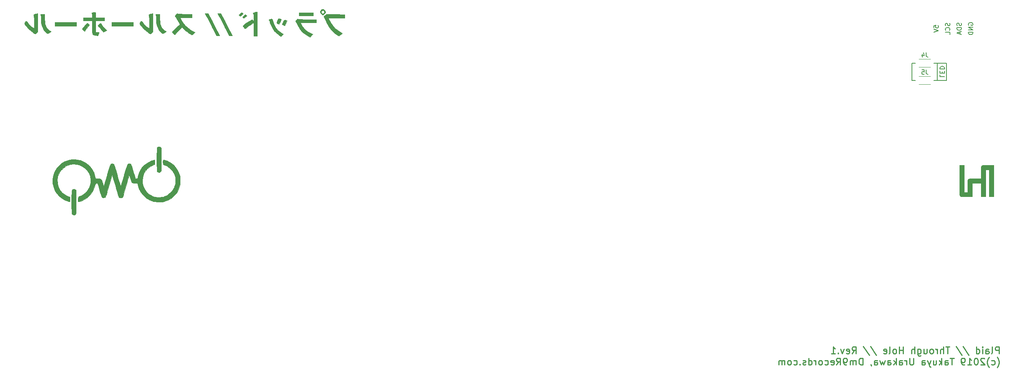
<source format=gbo>
G04 #@! TF.GenerationSoftware,KiCad,Pcbnew,(5.1.5-0-10_14)*
G04 #@! TF.CreationDate,2020-04-12T19:07:48-04:00*
G04 #@! TF.ProjectId,plaid,706c6169-642e-46b6-9963-61645f706362,rev?*
G04 #@! TF.SameCoordinates,PX2faf080PY2faf080*
G04 #@! TF.FileFunction,Legend,Bot*
G04 #@! TF.FilePolarity,Positive*
%FSLAX46Y46*%
G04 Gerber Fmt 4.6, Leading zero omitted, Abs format (unit mm)*
G04 Created by KiCad (PCBNEW (5.1.5-0-10_14)) date 2020-04-12 19:07:48*
%MOMM*%
%LPD*%
G04 APERTURE LIST*
%ADD10C,0.150000*%
%ADD11C,0.200000*%
%ADD12C,0.250000*%
%ADD13C,0.120000*%
%ADD14C,0.010000*%
%ADD15R,1.600000X1.600000*%
%ADD16C,1.600000*%
%ADD17C,2.900000*%
%ADD18C,4.400000*%
%ADD19C,2.100000*%
%ADD20O,2.760000X2.100000*%
%ADD21C,2.000000*%
%ADD22O,1.800000X2.900000*%
%ADD23O,1.500000X2.100000*%
%ADD24R,1.800000X1.800000*%
%ADD25C,1.800000*%
%ADD26C,1.900000*%
%ADD27C,2.400000*%
%ADD28O,2.000000X2.000000*%
%ADD29R,2.000000X2.000000*%
%ADD30O,1.800000X1.800000*%
%ADD31C,4.800000*%
%ADD32O,2.100000X2.100000*%
%ADD33R,2.100000X2.100000*%
%ADD34R,1.370000X1.670000*%
%ADD35R,2.200000X2.200000*%
%ADD36C,2.200000*%
%ADD37C,3.450000*%
G04 APERTURE END LIST*
D10*
X216670000Y-4318095D02*
X216622380Y-4222857D01*
X216622380Y-4080000D01*
X216670000Y-3937142D01*
X216765238Y-3841904D01*
X216860476Y-3794285D01*
X217050952Y-3746666D01*
X217193809Y-3746666D01*
X217384285Y-3794285D01*
X217479523Y-3841904D01*
X217574761Y-3937142D01*
X217622380Y-4080000D01*
X217622380Y-4175238D01*
X217574761Y-4318095D01*
X217527142Y-4365714D01*
X217193809Y-4365714D01*
X217193809Y-4175238D01*
X217622380Y-4794285D02*
X216622380Y-4794285D01*
X217622380Y-5365714D01*
X216622380Y-5365714D01*
X217622380Y-5841904D02*
X216622380Y-5841904D01*
X216622380Y-6080000D01*
X216670000Y-6222857D01*
X216765238Y-6318095D01*
X216860476Y-6365714D01*
X217050952Y-6413333D01*
X217193809Y-6413333D01*
X217384285Y-6365714D01*
X217479523Y-6318095D01*
X217574761Y-6222857D01*
X217622380Y-6080000D01*
X217622380Y-5841904D01*
X215034761Y-3865714D02*
X215082380Y-4008571D01*
X215082380Y-4246666D01*
X215034761Y-4341904D01*
X214987142Y-4389523D01*
X214891904Y-4437142D01*
X214796666Y-4437142D01*
X214701428Y-4389523D01*
X214653809Y-4341904D01*
X214606190Y-4246666D01*
X214558571Y-4056190D01*
X214510952Y-3960952D01*
X214463333Y-3913333D01*
X214368095Y-3865714D01*
X214272857Y-3865714D01*
X214177619Y-3913333D01*
X214130000Y-3960952D01*
X214082380Y-4056190D01*
X214082380Y-4294285D01*
X214130000Y-4437142D01*
X215082380Y-4865714D02*
X214082380Y-4865714D01*
X214082380Y-5103809D01*
X214130000Y-5246666D01*
X214225238Y-5341904D01*
X214320476Y-5389523D01*
X214510952Y-5437142D01*
X214653809Y-5437142D01*
X214844285Y-5389523D01*
X214939523Y-5341904D01*
X215034761Y-5246666D01*
X215082380Y-5103809D01*
X215082380Y-4865714D01*
X214796666Y-5818095D02*
X214796666Y-6294285D01*
X215082380Y-5722857D02*
X214082380Y-6056190D01*
X215082380Y-6389523D01*
X212494761Y-3889523D02*
X212542380Y-4032380D01*
X212542380Y-4270476D01*
X212494761Y-4365714D01*
X212447142Y-4413333D01*
X212351904Y-4460952D01*
X212256666Y-4460952D01*
X212161428Y-4413333D01*
X212113809Y-4365714D01*
X212066190Y-4270476D01*
X212018571Y-4080000D01*
X211970952Y-3984761D01*
X211923333Y-3937142D01*
X211828095Y-3889523D01*
X211732857Y-3889523D01*
X211637619Y-3937142D01*
X211590000Y-3984761D01*
X211542380Y-4080000D01*
X211542380Y-4318095D01*
X211590000Y-4460952D01*
X212447142Y-5460952D02*
X212494761Y-5413333D01*
X212542380Y-5270476D01*
X212542380Y-5175238D01*
X212494761Y-5032380D01*
X212399523Y-4937142D01*
X212304285Y-4889523D01*
X212113809Y-4841904D01*
X211970952Y-4841904D01*
X211780476Y-4889523D01*
X211685238Y-4937142D01*
X211590000Y-5032380D01*
X211542380Y-5175238D01*
X211542380Y-5270476D01*
X211590000Y-5413333D01*
X211637619Y-5460952D01*
X212542380Y-6365714D02*
X212542380Y-5889523D01*
X211542380Y-5889523D01*
X209002380Y-4889523D02*
X209002380Y-4413333D01*
X209478571Y-4365714D01*
X209430952Y-4413333D01*
X209383333Y-4508571D01*
X209383333Y-4746666D01*
X209430952Y-4841904D01*
X209478571Y-4889523D01*
X209573809Y-4937142D01*
X209811904Y-4937142D01*
X209907142Y-4889523D01*
X209954761Y-4841904D01*
X210002380Y-4746666D01*
X210002380Y-4508571D01*
X209954761Y-4413333D01*
X209907142Y-4365714D01*
X209002380Y-5222857D02*
X210002380Y-5556190D01*
X209002380Y-5889523D01*
X210367619Y-15247857D02*
X210367619Y-15724047D01*
X211367619Y-15724047D01*
X210891428Y-14914523D02*
X210891428Y-14581190D01*
X210367619Y-14438333D02*
X210367619Y-14914523D01*
X211367619Y-14914523D01*
X211367619Y-14438333D01*
X210367619Y-14009761D02*
X211367619Y-14009761D01*
X211367619Y-13771666D01*
X211320000Y-13628809D01*
X211224761Y-13533571D01*
X211129523Y-13485952D01*
X210939047Y-13438333D01*
X210796190Y-13438333D01*
X210605714Y-13485952D01*
X210510476Y-13533571D01*
X210415238Y-13628809D01*
X210367619Y-13771666D01*
X210367619Y-14009761D01*
D11*
X211836000Y-16510000D02*
X209804000Y-16510000D01*
X211836000Y-12700000D02*
X211836000Y-16510000D01*
X209804000Y-12700000D02*
X211836000Y-12700000D01*
X209804000Y-16510000D02*
X209042000Y-16510000D01*
X209804000Y-12700000D02*
X209804000Y-16510000D01*
X209042000Y-12700000D02*
X209804000Y-12700000D01*
X204216000Y-16510000D02*
X204978000Y-16510000D01*
X204216000Y-12700000D02*
X204216000Y-16510000D01*
X204978000Y-12700000D02*
X204216000Y-12700000D01*
D12*
X223381357Y-76898571D02*
X223381357Y-75398571D01*
X222809928Y-75398571D01*
X222667071Y-75470000D01*
X222595642Y-75541428D01*
X222524214Y-75684285D01*
X222524214Y-75898571D01*
X222595642Y-76041428D01*
X222667071Y-76112857D01*
X222809928Y-76184285D01*
X223381357Y-76184285D01*
X221667071Y-76898571D02*
X221809928Y-76827142D01*
X221881357Y-76684285D01*
X221881357Y-75398571D01*
X220452785Y-76898571D02*
X220452785Y-76112857D01*
X220524214Y-75970000D01*
X220667071Y-75898571D01*
X220952785Y-75898571D01*
X221095642Y-75970000D01*
X220452785Y-76827142D02*
X220595642Y-76898571D01*
X220952785Y-76898571D01*
X221095642Y-76827142D01*
X221167071Y-76684285D01*
X221167071Y-76541428D01*
X221095642Y-76398571D01*
X220952785Y-76327142D01*
X220595642Y-76327142D01*
X220452785Y-76255714D01*
X219738500Y-76898571D02*
X219738500Y-75898571D01*
X219738500Y-75398571D02*
X219809928Y-75470000D01*
X219738500Y-75541428D01*
X219667071Y-75470000D01*
X219738500Y-75398571D01*
X219738500Y-75541428D01*
X218381357Y-76898571D02*
X218381357Y-75398571D01*
X218381357Y-76827142D02*
X218524214Y-76898571D01*
X218809928Y-76898571D01*
X218952785Y-76827142D01*
X219024214Y-76755714D01*
X219095642Y-76612857D01*
X219095642Y-76184285D01*
X219024214Y-76041428D01*
X218952785Y-75970000D01*
X218809928Y-75898571D01*
X218524214Y-75898571D01*
X218381357Y-75970000D01*
X215452785Y-75327142D02*
X216738500Y-77255714D01*
X213881357Y-75327142D02*
X215167071Y-77255714D01*
X212452785Y-75398571D02*
X211595642Y-75398571D01*
X212024214Y-76898571D02*
X212024214Y-75398571D01*
X211095642Y-76898571D02*
X211095642Y-75398571D01*
X210452785Y-76898571D02*
X210452785Y-76112857D01*
X210524214Y-75970000D01*
X210667071Y-75898571D01*
X210881357Y-75898571D01*
X211024214Y-75970000D01*
X211095642Y-76041428D01*
X209738500Y-76898571D02*
X209738500Y-75898571D01*
X209738500Y-76184285D02*
X209667071Y-76041428D01*
X209595642Y-75970000D01*
X209452785Y-75898571D01*
X209309928Y-75898571D01*
X208595642Y-76898571D02*
X208738500Y-76827142D01*
X208809928Y-76755714D01*
X208881357Y-76612857D01*
X208881357Y-76184285D01*
X208809928Y-76041428D01*
X208738500Y-75970000D01*
X208595642Y-75898571D01*
X208381357Y-75898571D01*
X208238500Y-75970000D01*
X208167071Y-76041428D01*
X208095642Y-76184285D01*
X208095642Y-76612857D01*
X208167071Y-76755714D01*
X208238500Y-76827142D01*
X208381357Y-76898571D01*
X208595642Y-76898571D01*
X206809928Y-75898571D02*
X206809928Y-76898571D01*
X207452785Y-75898571D02*
X207452785Y-76684285D01*
X207381357Y-76827142D01*
X207238500Y-76898571D01*
X207024214Y-76898571D01*
X206881357Y-76827142D01*
X206809928Y-76755714D01*
X205452785Y-75898571D02*
X205452785Y-77112857D01*
X205524214Y-77255714D01*
X205595642Y-77327142D01*
X205738500Y-77398571D01*
X205952785Y-77398571D01*
X206095642Y-77327142D01*
X205452785Y-76827142D02*
X205595642Y-76898571D01*
X205881357Y-76898571D01*
X206024214Y-76827142D01*
X206095642Y-76755714D01*
X206167071Y-76612857D01*
X206167071Y-76184285D01*
X206095642Y-76041428D01*
X206024214Y-75970000D01*
X205881357Y-75898571D01*
X205595642Y-75898571D01*
X205452785Y-75970000D01*
X204738500Y-76898571D02*
X204738500Y-75398571D01*
X204095642Y-76898571D02*
X204095642Y-76112857D01*
X204167071Y-75970000D01*
X204309928Y-75898571D01*
X204524214Y-75898571D01*
X204667071Y-75970000D01*
X204738500Y-76041428D01*
X202238500Y-76898571D02*
X202238500Y-75398571D01*
X202238500Y-76112857D02*
X201381357Y-76112857D01*
X201381357Y-76898571D02*
X201381357Y-75398571D01*
X200452785Y-76898571D02*
X200595642Y-76827142D01*
X200667071Y-76755714D01*
X200738500Y-76612857D01*
X200738500Y-76184285D01*
X200667071Y-76041428D01*
X200595642Y-75970000D01*
X200452785Y-75898571D01*
X200238500Y-75898571D01*
X200095642Y-75970000D01*
X200024214Y-76041428D01*
X199952785Y-76184285D01*
X199952785Y-76612857D01*
X200024214Y-76755714D01*
X200095642Y-76827142D01*
X200238500Y-76898571D01*
X200452785Y-76898571D01*
X199095642Y-76898571D02*
X199238500Y-76827142D01*
X199309928Y-76684285D01*
X199309928Y-75398571D01*
X197952785Y-76827142D02*
X198095642Y-76898571D01*
X198381357Y-76898571D01*
X198524214Y-76827142D01*
X198595642Y-76684285D01*
X198595642Y-76112857D01*
X198524214Y-75970000D01*
X198381357Y-75898571D01*
X198095642Y-75898571D01*
X197952785Y-75970000D01*
X197881357Y-76112857D01*
X197881357Y-76255714D01*
X198595642Y-76398571D01*
X195024214Y-75327142D02*
X196309928Y-77255714D01*
X193452785Y-75327142D02*
X194738500Y-77255714D01*
X190952785Y-76898571D02*
X191452785Y-76184285D01*
X191809928Y-76898571D02*
X191809928Y-75398571D01*
X191238500Y-75398571D01*
X191095642Y-75470000D01*
X191024214Y-75541428D01*
X190952785Y-75684285D01*
X190952785Y-75898571D01*
X191024214Y-76041428D01*
X191095642Y-76112857D01*
X191238500Y-76184285D01*
X191809928Y-76184285D01*
X189738500Y-76827142D02*
X189881357Y-76898571D01*
X190167071Y-76898571D01*
X190309928Y-76827142D01*
X190381357Y-76684285D01*
X190381357Y-76112857D01*
X190309928Y-75970000D01*
X190167071Y-75898571D01*
X189881357Y-75898571D01*
X189738500Y-75970000D01*
X189667071Y-76112857D01*
X189667071Y-76255714D01*
X190381357Y-76398571D01*
X189167071Y-75898571D02*
X188809928Y-76898571D01*
X188452785Y-75898571D01*
X187881357Y-76755714D02*
X187809928Y-76827142D01*
X187881357Y-76898571D01*
X187952785Y-76827142D01*
X187881357Y-76755714D01*
X187881357Y-76898571D01*
X186381357Y-76898571D02*
X187238500Y-76898571D01*
X186809928Y-76898571D02*
X186809928Y-75398571D01*
X186952785Y-75612857D01*
X187095642Y-75755714D01*
X187238500Y-75827142D01*
X222952785Y-79970000D02*
X223024214Y-79898571D01*
X223167071Y-79684285D01*
X223238500Y-79541428D01*
X223309928Y-79327142D01*
X223381357Y-78970000D01*
X223381357Y-78684285D01*
X223309928Y-78327142D01*
X223238500Y-78112857D01*
X223167071Y-77970000D01*
X223024214Y-77755714D01*
X222952785Y-77684285D01*
X221738500Y-79327142D02*
X221881357Y-79398571D01*
X222167071Y-79398571D01*
X222309928Y-79327142D01*
X222381357Y-79255714D01*
X222452785Y-79112857D01*
X222452785Y-78684285D01*
X222381357Y-78541428D01*
X222309928Y-78470000D01*
X222167071Y-78398571D01*
X221881357Y-78398571D01*
X221738500Y-78470000D01*
X221238500Y-79970000D02*
X221167071Y-79898571D01*
X221024214Y-79684285D01*
X220952785Y-79541428D01*
X220881357Y-79327142D01*
X220809928Y-78970000D01*
X220809928Y-78684285D01*
X220881357Y-78327142D01*
X220952785Y-78112857D01*
X221024214Y-77970000D01*
X221167071Y-77755714D01*
X221238500Y-77684285D01*
X220167071Y-78041428D02*
X220095642Y-77970000D01*
X219952785Y-77898571D01*
X219595642Y-77898571D01*
X219452785Y-77970000D01*
X219381357Y-78041428D01*
X219309928Y-78184285D01*
X219309928Y-78327142D01*
X219381357Y-78541428D01*
X220238500Y-79398571D01*
X219309928Y-79398571D01*
X218381357Y-77898571D02*
X218238500Y-77898571D01*
X218095642Y-77970000D01*
X218024214Y-78041428D01*
X217952785Y-78184285D01*
X217881357Y-78470000D01*
X217881357Y-78827142D01*
X217952785Y-79112857D01*
X218024214Y-79255714D01*
X218095642Y-79327142D01*
X218238500Y-79398571D01*
X218381357Y-79398571D01*
X218524214Y-79327142D01*
X218595642Y-79255714D01*
X218667071Y-79112857D01*
X218738500Y-78827142D01*
X218738500Y-78470000D01*
X218667071Y-78184285D01*
X218595642Y-78041428D01*
X218524214Y-77970000D01*
X218381357Y-77898571D01*
X216452785Y-79398571D02*
X217309928Y-79398571D01*
X216881357Y-79398571D02*
X216881357Y-77898571D01*
X217024214Y-78112857D01*
X217167071Y-78255714D01*
X217309928Y-78327142D01*
X215738500Y-79398571D02*
X215452785Y-79398571D01*
X215309928Y-79327142D01*
X215238500Y-79255714D01*
X215095642Y-79041428D01*
X215024214Y-78755714D01*
X215024214Y-78184285D01*
X215095642Y-78041428D01*
X215167071Y-77970000D01*
X215309928Y-77898571D01*
X215595642Y-77898571D01*
X215738500Y-77970000D01*
X215809928Y-78041428D01*
X215881357Y-78184285D01*
X215881357Y-78541428D01*
X215809928Y-78684285D01*
X215738500Y-78755714D01*
X215595642Y-78827142D01*
X215309928Y-78827142D01*
X215167071Y-78755714D01*
X215095642Y-78684285D01*
X215024214Y-78541428D01*
X213452785Y-77898571D02*
X212595642Y-77898571D01*
X213024214Y-79398571D02*
X213024214Y-77898571D01*
X211452785Y-79398571D02*
X211452785Y-78612857D01*
X211524214Y-78470000D01*
X211667071Y-78398571D01*
X211952785Y-78398571D01*
X212095642Y-78470000D01*
X211452785Y-79327142D02*
X211595642Y-79398571D01*
X211952785Y-79398571D01*
X212095642Y-79327142D01*
X212167071Y-79184285D01*
X212167071Y-79041428D01*
X212095642Y-78898571D01*
X211952785Y-78827142D01*
X211595642Y-78827142D01*
X211452785Y-78755714D01*
X210738500Y-79398571D02*
X210738500Y-77898571D01*
X210595642Y-78827142D02*
X210167071Y-79398571D01*
X210167071Y-78398571D02*
X210738500Y-78970000D01*
X208881357Y-78398571D02*
X208881357Y-79398571D01*
X209524214Y-78398571D02*
X209524214Y-79184285D01*
X209452785Y-79327142D01*
X209309928Y-79398571D01*
X209095642Y-79398571D01*
X208952785Y-79327142D01*
X208881357Y-79255714D01*
X208309928Y-78398571D02*
X207952785Y-79398571D01*
X207595642Y-78398571D02*
X207952785Y-79398571D01*
X208095642Y-79755714D01*
X208167071Y-79827142D01*
X208309928Y-79898571D01*
X206381357Y-79398571D02*
X206381357Y-78612857D01*
X206452785Y-78470000D01*
X206595642Y-78398571D01*
X206881357Y-78398571D01*
X207024214Y-78470000D01*
X206381357Y-79327142D02*
X206524214Y-79398571D01*
X206881357Y-79398571D01*
X207024214Y-79327142D01*
X207095642Y-79184285D01*
X207095642Y-79041428D01*
X207024214Y-78898571D01*
X206881357Y-78827142D01*
X206524214Y-78827142D01*
X206381357Y-78755714D01*
X204524214Y-77898571D02*
X204524214Y-79112857D01*
X204452785Y-79255714D01*
X204381357Y-79327142D01*
X204238500Y-79398571D01*
X203952785Y-79398571D01*
X203809928Y-79327142D01*
X203738500Y-79255714D01*
X203667071Y-79112857D01*
X203667071Y-77898571D01*
X202952785Y-79398571D02*
X202952785Y-78398571D01*
X202952785Y-78684285D02*
X202881357Y-78541428D01*
X202809928Y-78470000D01*
X202667071Y-78398571D01*
X202524214Y-78398571D01*
X201381357Y-79398571D02*
X201381357Y-78612857D01*
X201452785Y-78470000D01*
X201595642Y-78398571D01*
X201881357Y-78398571D01*
X202024214Y-78470000D01*
X201381357Y-79327142D02*
X201524214Y-79398571D01*
X201881357Y-79398571D01*
X202024214Y-79327142D01*
X202095642Y-79184285D01*
X202095642Y-79041428D01*
X202024214Y-78898571D01*
X201881357Y-78827142D01*
X201524214Y-78827142D01*
X201381357Y-78755714D01*
X200667071Y-79398571D02*
X200667071Y-77898571D01*
X200524214Y-78827142D02*
X200095642Y-79398571D01*
X200095642Y-78398571D02*
X200667071Y-78970000D01*
X198809928Y-79398571D02*
X198809928Y-78612857D01*
X198881357Y-78470000D01*
X199024214Y-78398571D01*
X199309928Y-78398571D01*
X199452785Y-78470000D01*
X198809928Y-79327142D02*
X198952785Y-79398571D01*
X199309928Y-79398571D01*
X199452785Y-79327142D01*
X199524214Y-79184285D01*
X199524214Y-79041428D01*
X199452785Y-78898571D01*
X199309928Y-78827142D01*
X198952785Y-78827142D01*
X198809928Y-78755714D01*
X198238500Y-78398571D02*
X197952785Y-79398571D01*
X197667071Y-78684285D01*
X197381357Y-79398571D01*
X197095642Y-78398571D01*
X195881357Y-79398571D02*
X195881357Y-78612857D01*
X195952785Y-78470000D01*
X196095642Y-78398571D01*
X196381357Y-78398571D01*
X196524214Y-78470000D01*
X195881357Y-79327142D02*
X196024214Y-79398571D01*
X196381357Y-79398571D01*
X196524214Y-79327142D01*
X196595642Y-79184285D01*
X196595642Y-79041428D01*
X196524214Y-78898571D01*
X196381357Y-78827142D01*
X196024214Y-78827142D01*
X195881357Y-78755714D01*
X195095642Y-79327142D02*
X195095642Y-79398571D01*
X195167071Y-79541428D01*
X195238500Y-79612857D01*
X193309928Y-79398571D02*
X193309928Y-77898571D01*
X192952785Y-77898571D01*
X192738500Y-77970000D01*
X192595642Y-78112857D01*
X192524214Y-78255714D01*
X192452785Y-78541428D01*
X192452785Y-78755714D01*
X192524214Y-79041428D01*
X192595642Y-79184285D01*
X192738500Y-79327142D01*
X192952785Y-79398571D01*
X193309928Y-79398571D01*
X191809928Y-79398571D02*
X191809928Y-78398571D01*
X191809928Y-78541428D02*
X191738500Y-78470000D01*
X191595642Y-78398571D01*
X191381357Y-78398571D01*
X191238500Y-78470000D01*
X191167071Y-78612857D01*
X191167071Y-79398571D01*
X191167071Y-78612857D02*
X191095642Y-78470000D01*
X190952785Y-78398571D01*
X190738500Y-78398571D01*
X190595642Y-78470000D01*
X190524214Y-78612857D01*
X190524214Y-79398571D01*
X189738500Y-79398571D02*
X189452785Y-79398571D01*
X189309928Y-79327142D01*
X189238500Y-79255714D01*
X189095642Y-79041428D01*
X189024214Y-78755714D01*
X189024214Y-78184285D01*
X189095642Y-78041428D01*
X189167071Y-77970000D01*
X189309928Y-77898571D01*
X189595642Y-77898571D01*
X189738500Y-77970000D01*
X189809928Y-78041428D01*
X189881357Y-78184285D01*
X189881357Y-78541428D01*
X189809928Y-78684285D01*
X189738500Y-78755714D01*
X189595642Y-78827142D01*
X189309928Y-78827142D01*
X189167071Y-78755714D01*
X189095642Y-78684285D01*
X189024214Y-78541428D01*
X187524214Y-79398571D02*
X188024214Y-78684285D01*
X188381357Y-79398571D02*
X188381357Y-77898571D01*
X187809928Y-77898571D01*
X187667071Y-77970000D01*
X187595642Y-78041428D01*
X187524214Y-78184285D01*
X187524214Y-78398571D01*
X187595642Y-78541428D01*
X187667071Y-78612857D01*
X187809928Y-78684285D01*
X188381357Y-78684285D01*
X186309928Y-79327142D02*
X186452785Y-79398571D01*
X186738500Y-79398571D01*
X186881357Y-79327142D01*
X186952785Y-79184285D01*
X186952785Y-78612857D01*
X186881357Y-78470000D01*
X186738500Y-78398571D01*
X186452785Y-78398571D01*
X186309928Y-78470000D01*
X186238500Y-78612857D01*
X186238500Y-78755714D01*
X186952785Y-78898571D01*
X184952785Y-79327142D02*
X185095642Y-79398571D01*
X185381357Y-79398571D01*
X185524214Y-79327142D01*
X185595642Y-79255714D01*
X185667071Y-79112857D01*
X185667071Y-78684285D01*
X185595642Y-78541428D01*
X185524214Y-78470000D01*
X185381357Y-78398571D01*
X185095642Y-78398571D01*
X184952785Y-78470000D01*
X184095642Y-79398571D02*
X184238500Y-79327142D01*
X184309928Y-79255714D01*
X184381357Y-79112857D01*
X184381357Y-78684285D01*
X184309928Y-78541428D01*
X184238500Y-78470000D01*
X184095642Y-78398571D01*
X183881357Y-78398571D01*
X183738500Y-78470000D01*
X183667071Y-78541428D01*
X183595642Y-78684285D01*
X183595642Y-79112857D01*
X183667071Y-79255714D01*
X183738500Y-79327142D01*
X183881357Y-79398571D01*
X184095642Y-79398571D01*
X182952785Y-79398571D02*
X182952785Y-78398571D01*
X182952785Y-78684285D02*
X182881357Y-78541428D01*
X182809928Y-78470000D01*
X182667071Y-78398571D01*
X182524214Y-78398571D01*
X181381357Y-79398571D02*
X181381357Y-77898571D01*
X181381357Y-79327142D02*
X181524214Y-79398571D01*
X181809928Y-79398571D01*
X181952785Y-79327142D01*
X182024214Y-79255714D01*
X182095642Y-79112857D01*
X182095642Y-78684285D01*
X182024214Y-78541428D01*
X181952785Y-78470000D01*
X181809928Y-78398571D01*
X181524214Y-78398571D01*
X181381357Y-78470000D01*
X180738500Y-79327142D02*
X180595642Y-79398571D01*
X180309928Y-79398571D01*
X180167071Y-79327142D01*
X180095642Y-79184285D01*
X180095642Y-79112857D01*
X180167071Y-78970000D01*
X180309928Y-78898571D01*
X180524214Y-78898571D01*
X180667071Y-78827142D01*
X180738500Y-78684285D01*
X180738500Y-78612857D01*
X180667071Y-78470000D01*
X180524214Y-78398571D01*
X180309928Y-78398571D01*
X180167071Y-78470000D01*
X179452785Y-79255714D02*
X179381357Y-79327142D01*
X179452785Y-79398571D01*
X179524214Y-79327142D01*
X179452785Y-79255714D01*
X179452785Y-79398571D01*
X178095642Y-79327142D02*
X178238500Y-79398571D01*
X178524214Y-79398571D01*
X178667071Y-79327142D01*
X178738500Y-79255714D01*
X178809928Y-79112857D01*
X178809928Y-78684285D01*
X178738500Y-78541428D01*
X178667071Y-78470000D01*
X178524214Y-78398571D01*
X178238500Y-78398571D01*
X178095642Y-78470000D01*
X177238500Y-79398571D02*
X177381357Y-79327142D01*
X177452785Y-79255714D01*
X177524214Y-79112857D01*
X177524214Y-78684285D01*
X177452785Y-78541428D01*
X177381357Y-78470000D01*
X177238500Y-78398571D01*
X177024214Y-78398571D01*
X176881357Y-78470000D01*
X176809928Y-78541428D01*
X176738500Y-78684285D01*
X176738500Y-79112857D01*
X176809928Y-79255714D01*
X176881357Y-79327142D01*
X177024214Y-79398571D01*
X177238500Y-79398571D01*
X176095642Y-79398571D02*
X176095642Y-78398571D01*
X176095642Y-78541428D02*
X176024214Y-78470000D01*
X175881357Y-78398571D01*
X175667071Y-78398571D01*
X175524214Y-78470000D01*
X175452785Y-78612857D01*
X175452785Y-79398571D01*
X175452785Y-78612857D02*
X175381357Y-78470000D01*
X175238500Y-78398571D01*
X175024214Y-78398571D01*
X174881357Y-78470000D01*
X174809928Y-78612857D01*
X174809928Y-79398571D01*
D13*
X208280000Y-13590000D02*
X208280000Y-11810000D01*
X205740000Y-11810000D02*
X205740000Y-13590000D01*
X205740000Y-11810000D02*
X208280000Y-11810000D01*
X208280000Y-13590000D02*
X205740000Y-13590000D01*
X208280000Y-17400000D02*
X205740000Y-17400000D01*
X205740000Y-15620000D02*
X208280000Y-15620000D01*
X205740000Y-15620000D02*
X205740000Y-17400000D01*
X208280000Y-17400000D02*
X208280000Y-15620000D01*
D14*
G36*
X221013338Y-35237639D02*
G01*
X219833825Y-35239325D01*
X219792550Y-35254207D01*
X219720480Y-35285707D01*
X219653987Y-35325747D01*
X219595093Y-35372873D01*
X219545821Y-35425635D01*
X219536246Y-35438164D01*
X219509959Y-35479246D01*
X219485128Y-35527658D01*
X219464307Y-35578077D01*
X219454186Y-35609218D01*
X219440195Y-35658425D01*
X219438425Y-36945887D01*
X219436654Y-38233350D01*
X218163359Y-38233350D01*
X218012302Y-38233357D01*
X217873416Y-38233383D01*
X217746176Y-38233430D01*
X217630052Y-38233503D01*
X217524519Y-38233607D01*
X217429048Y-38233744D01*
X217343112Y-38233919D01*
X217266183Y-38234136D01*
X217197733Y-38234398D01*
X217137236Y-38234711D01*
X217084163Y-38235078D01*
X217037987Y-38235502D01*
X216998181Y-38235989D01*
X216964217Y-38236541D01*
X216935567Y-38237164D01*
X216911704Y-38237860D01*
X216892100Y-38238634D01*
X216876228Y-38239490D01*
X216863560Y-38240432D01*
X216853569Y-38241464D01*
X216845727Y-38242590D01*
X216841520Y-38243377D01*
X216765104Y-38265416D01*
X216694499Y-38298391D01*
X216630477Y-38341580D01*
X216573811Y-38394260D01*
X216525273Y-38455709D01*
X216485635Y-38525205D01*
X216455668Y-38602026D01*
X216454739Y-38605053D01*
X216453393Y-38609919D01*
X216452155Y-38615655D01*
X216451018Y-38622791D01*
X216449978Y-38631852D01*
X216449028Y-38643368D01*
X216448164Y-38657865D01*
X216447381Y-38675871D01*
X216446673Y-38697914D01*
X216446035Y-38724521D01*
X216445461Y-38756220D01*
X216444947Y-38793538D01*
X216444487Y-38837004D01*
X216444075Y-38887144D01*
X216443707Y-38944487D01*
X216443377Y-39009560D01*
X216443080Y-39082890D01*
X216442810Y-39165005D01*
X216442563Y-39256433D01*
X216442332Y-39357701D01*
X216442114Y-39469337D01*
X216441901Y-39591868D01*
X216441690Y-39725823D01*
X216441475Y-39871728D01*
X216441382Y-39936737D01*
X216439541Y-41230550D01*
X215696800Y-41230550D01*
X215696800Y-35236150D01*
X214687042Y-35236150D01*
X214688684Y-38523862D01*
X214690325Y-41811575D01*
X214704608Y-41862375D01*
X214732509Y-41939820D01*
X214770380Y-42009929D01*
X214817714Y-42072083D01*
X214874007Y-42125664D01*
X214938752Y-42170055D01*
X214969725Y-42186485D01*
X214981733Y-42192534D01*
X214992253Y-42198079D01*
X215001853Y-42203141D01*
X215011100Y-42207745D01*
X215020560Y-42211911D01*
X215030801Y-42215664D01*
X215042389Y-42219025D01*
X215055892Y-42222017D01*
X215071876Y-42224663D01*
X215090909Y-42226985D01*
X215113556Y-42229006D01*
X215140386Y-42230748D01*
X215171966Y-42232235D01*
X215208861Y-42233488D01*
X215251639Y-42234530D01*
X215300868Y-42235384D01*
X215357113Y-42236073D01*
X215420942Y-42236619D01*
X215492922Y-42237044D01*
X215573620Y-42237372D01*
X215663602Y-42237624D01*
X215763436Y-42237824D01*
X215873688Y-42237994D01*
X215994926Y-42238156D01*
X216127717Y-42238334D01*
X216272627Y-42238550D01*
X216276238Y-42238555D01*
X217443050Y-42240430D01*
X217443050Y-39236650D01*
X219436950Y-39236650D01*
X219436950Y-42240200D01*
X220446600Y-42240200D01*
X220446600Y-36239450D01*
X221189550Y-36239450D01*
X221189550Y-42240200D01*
X222192850Y-42240200D01*
X222192850Y-35235954D01*
X221013338Y-35237639D01*
G37*
X221013338Y-35237639D02*
X219833825Y-35239325D01*
X219792550Y-35254207D01*
X219720480Y-35285707D01*
X219653987Y-35325747D01*
X219595093Y-35372873D01*
X219545821Y-35425635D01*
X219536246Y-35438164D01*
X219509959Y-35479246D01*
X219485128Y-35527658D01*
X219464307Y-35578077D01*
X219454186Y-35609218D01*
X219440195Y-35658425D01*
X219438425Y-36945887D01*
X219436654Y-38233350D01*
X218163359Y-38233350D01*
X218012302Y-38233357D01*
X217873416Y-38233383D01*
X217746176Y-38233430D01*
X217630052Y-38233503D01*
X217524519Y-38233607D01*
X217429048Y-38233744D01*
X217343112Y-38233919D01*
X217266183Y-38234136D01*
X217197733Y-38234398D01*
X217137236Y-38234711D01*
X217084163Y-38235078D01*
X217037987Y-38235502D01*
X216998181Y-38235989D01*
X216964217Y-38236541D01*
X216935567Y-38237164D01*
X216911704Y-38237860D01*
X216892100Y-38238634D01*
X216876228Y-38239490D01*
X216863560Y-38240432D01*
X216853569Y-38241464D01*
X216845727Y-38242590D01*
X216841520Y-38243377D01*
X216765104Y-38265416D01*
X216694499Y-38298391D01*
X216630477Y-38341580D01*
X216573811Y-38394260D01*
X216525273Y-38455709D01*
X216485635Y-38525205D01*
X216455668Y-38602026D01*
X216454739Y-38605053D01*
X216453393Y-38609919D01*
X216452155Y-38615655D01*
X216451018Y-38622791D01*
X216449978Y-38631852D01*
X216449028Y-38643368D01*
X216448164Y-38657865D01*
X216447381Y-38675871D01*
X216446673Y-38697914D01*
X216446035Y-38724521D01*
X216445461Y-38756220D01*
X216444947Y-38793538D01*
X216444487Y-38837004D01*
X216444075Y-38887144D01*
X216443707Y-38944487D01*
X216443377Y-39009560D01*
X216443080Y-39082890D01*
X216442810Y-39165005D01*
X216442563Y-39256433D01*
X216442332Y-39357701D01*
X216442114Y-39469337D01*
X216441901Y-39591868D01*
X216441690Y-39725823D01*
X216441475Y-39871728D01*
X216441382Y-39936737D01*
X216439541Y-41230550D01*
X215696800Y-41230550D01*
X215696800Y-35236150D01*
X214687042Y-35236150D01*
X214688684Y-38523862D01*
X214690325Y-41811575D01*
X214704608Y-41862375D01*
X214732509Y-41939820D01*
X214770380Y-42009929D01*
X214817714Y-42072083D01*
X214874007Y-42125664D01*
X214938752Y-42170055D01*
X214969725Y-42186485D01*
X214981733Y-42192534D01*
X214992253Y-42198079D01*
X215001853Y-42203141D01*
X215011100Y-42207745D01*
X215020560Y-42211911D01*
X215030801Y-42215664D01*
X215042389Y-42219025D01*
X215055892Y-42222017D01*
X215071876Y-42224663D01*
X215090909Y-42226985D01*
X215113556Y-42229006D01*
X215140386Y-42230748D01*
X215171966Y-42232235D01*
X215208861Y-42233488D01*
X215251639Y-42234530D01*
X215300868Y-42235384D01*
X215357113Y-42236073D01*
X215420942Y-42236619D01*
X215492922Y-42237044D01*
X215573620Y-42237372D01*
X215663602Y-42237624D01*
X215763436Y-42237824D01*
X215873688Y-42237994D01*
X215994926Y-42238156D01*
X216127717Y-42238334D01*
X216272627Y-42238550D01*
X216276238Y-42238555D01*
X217443050Y-42240430D01*
X217443050Y-39236650D01*
X219436950Y-39236650D01*
X219436950Y-42240200D01*
X220446600Y-42240200D01*
X220446600Y-36239450D01*
X221189550Y-36239450D01*
X221189550Y-42240200D01*
X222192850Y-42240200D01*
X222192850Y-35235954D01*
X221013338Y-35237639D01*
G36*
X37846897Y-31229275D02*
G01*
X37694325Y-31300548D01*
X37693600Y-31301266D01*
X37662476Y-31383360D01*
X37637661Y-31568776D01*
X37618706Y-31869506D01*
X37605160Y-32297540D01*
X37596572Y-32864869D01*
X37592491Y-33583484D01*
X37592000Y-34004552D01*
X37592948Y-34749629D01*
X37596374Y-35343327D01*
X37603152Y-35803594D01*
X37614154Y-36148377D01*
X37630254Y-36395625D01*
X37652325Y-36563284D01*
X37681240Y-36669302D01*
X37717872Y-36731627D01*
X37725047Y-36739286D01*
X37950223Y-36857208D01*
X38211963Y-36840928D01*
X38438666Y-36703000D01*
X38487428Y-36646965D01*
X38525819Y-36574694D01*
X38555075Y-36466853D01*
X38576432Y-36304113D01*
X38591126Y-36067142D01*
X38600394Y-35736610D01*
X38605471Y-35293185D01*
X38607594Y-34717535D01*
X38608000Y-34054839D01*
X38606994Y-33284755D01*
X38601865Y-32667188D01*
X38589443Y-32185327D01*
X38566558Y-31822358D01*
X38530042Y-31561469D01*
X38476726Y-31385846D01*
X38403439Y-31278677D01*
X38307014Y-31223149D01*
X38184280Y-31202450D01*
X38069799Y-31199667D01*
X37846897Y-31229275D01*
G37*
X37846897Y-31229275D02*
X37694325Y-31300548D01*
X37693600Y-31301266D01*
X37662476Y-31383360D01*
X37637661Y-31568776D01*
X37618706Y-31869506D01*
X37605160Y-32297540D01*
X37596572Y-32864869D01*
X37592491Y-33583484D01*
X37592000Y-34004552D01*
X37592948Y-34749629D01*
X37596374Y-35343327D01*
X37603152Y-35803594D01*
X37614154Y-36148377D01*
X37630254Y-36395625D01*
X37652325Y-36563284D01*
X37681240Y-36669302D01*
X37717872Y-36731627D01*
X37725047Y-36739286D01*
X37950223Y-36857208D01*
X38211963Y-36840928D01*
X38438666Y-36703000D01*
X38487428Y-36646965D01*
X38525819Y-36574694D01*
X38555075Y-36466853D01*
X38576432Y-36304113D01*
X38591126Y-36067142D01*
X38600394Y-35736610D01*
X38605471Y-35293185D01*
X38607594Y-34717535D01*
X38608000Y-34054839D01*
X38606994Y-33284755D01*
X38601865Y-32667188D01*
X38589443Y-32185327D01*
X38566558Y-31822358D01*
X38530042Y-31561469D01*
X38476726Y-31385846D01*
X38403439Y-31278677D01*
X38307014Y-31223149D01*
X38184280Y-31202450D01*
X38069799Y-31199667D01*
X37846897Y-31229275D01*
G36*
X18909154Y-34010167D02*
G01*
X18381353Y-34064682D01*
X18122506Y-34118579D01*
X17308396Y-34417682D01*
X16579379Y-34849021D01*
X15946705Y-35394572D01*
X15421628Y-36036309D01*
X15015399Y-36756210D01*
X14739272Y-37536248D01*
X14604498Y-38358400D01*
X14622329Y-39204642D01*
X14689237Y-39618113D01*
X14912540Y-40406925D01*
X15240076Y-41091752D01*
X15695908Y-41717764D01*
X15959666Y-42002850D01*
X16437387Y-42426171D01*
X16966833Y-42792364D01*
X17504140Y-43075774D01*
X18005442Y-43250748D01*
X18139833Y-43277871D01*
X18457333Y-43329156D01*
X18457333Y-42314005D01*
X18055166Y-42161671D01*
X17348507Y-41807130D01*
X16743046Y-41325355D01*
X16253265Y-40734092D01*
X15893649Y-40051089D01*
X15678680Y-39294092D01*
X15669330Y-39238207D01*
X15632217Y-38490666D01*
X15752862Y-37762407D01*
X16019700Y-37074306D01*
X16421163Y-36447239D01*
X16945684Y-35902082D01*
X17581698Y-35459709D01*
X17834740Y-35330099D01*
X18493397Y-35106284D01*
X19201746Y-35013665D01*
X19906968Y-35055413D01*
X20400097Y-35176142D01*
X21111459Y-35496954D01*
X21728026Y-35933918D01*
X22238422Y-36467289D01*
X22631268Y-37077321D01*
X22895189Y-37744266D01*
X23018806Y-38448381D01*
X22990743Y-39169918D01*
X22914072Y-39539333D01*
X22629035Y-40291920D01*
X22207236Y-40958060D01*
X21664443Y-41520942D01*
X21016425Y-41963758D01*
X20383500Y-42236885D01*
X20298574Y-42297895D01*
X20252894Y-42436024D01*
X20236217Y-42690596D01*
X20235333Y-42805765D01*
X20235333Y-43325845D01*
X20542540Y-43268213D01*
X21089437Y-43100543D01*
X21667872Y-42810216D01*
X22233062Y-42425735D01*
X22740229Y-41975604D01*
X22965313Y-41726077D01*
X23334731Y-41218503D01*
X23621765Y-40675398D01*
X23848267Y-40049053D01*
X23996122Y-39475833D01*
X24069353Y-39304247D01*
X24221124Y-39245798D01*
X24297361Y-39243000D01*
X24374479Y-39240203D01*
X24435842Y-39244072D01*
X24488995Y-39272997D01*
X24541482Y-39345368D01*
X24600850Y-39479576D01*
X24674641Y-39694010D01*
X24770403Y-40007061D01*
X24895678Y-40437118D01*
X25058012Y-41002572D01*
X25148393Y-41317333D01*
X25262778Y-41698670D01*
X25369287Y-42024347D01*
X25455108Y-42256903D01*
X25503117Y-42354500D01*
X25663123Y-42437710D01*
X25897446Y-42455548D01*
X26125284Y-42410550D01*
X26248539Y-42331077D01*
X26298297Y-42219305D01*
X26386970Y-41965894D01*
X26507835Y-41592272D01*
X26654165Y-41119867D01*
X26819238Y-40570106D01*
X26996328Y-39964417D01*
X27052254Y-39769911D01*
X27748696Y-37338000D01*
X27923959Y-37930667D01*
X28000244Y-38191403D01*
X28113081Y-38580715D01*
X28252589Y-39064334D01*
X28408888Y-39607991D01*
X28572099Y-40177420D01*
X28618533Y-40339753D01*
X28773359Y-40875524D01*
X28917212Y-41362524D01*
X29042230Y-41774986D01*
X29140549Y-42087146D01*
X29204308Y-42273236D01*
X29219234Y-42308253D01*
X29351104Y-42420771D01*
X29604777Y-42459984D01*
X29640632Y-42460333D01*
X29749127Y-42461074D01*
X29838812Y-42452596D01*
X29916557Y-42418851D01*
X29989229Y-42343789D01*
X30063696Y-42211362D01*
X30146826Y-42005520D01*
X30245488Y-41710215D01*
X30366550Y-41309397D01*
X30516879Y-40787017D01*
X30703343Y-40127026D01*
X30827083Y-39687883D01*
X30993243Y-39104794D01*
X31146456Y-38578880D01*
X31280352Y-38131078D01*
X31388558Y-37782325D01*
X31464705Y-37553559D01*
X31502421Y-37465716D01*
X31503368Y-37465383D01*
X31546471Y-37540956D01*
X31620087Y-37743619D01*
X31711492Y-38036741D01*
X31757368Y-38196728D01*
X31859769Y-38540513D01*
X31958062Y-38831214D01*
X32036191Y-39022698D01*
X32058270Y-39061272D01*
X32195756Y-39147616D01*
X32470689Y-39204010D01*
X32751742Y-39227814D01*
X33348611Y-39261540D01*
X33434871Y-39663755D01*
X33699530Y-40513076D01*
X34104902Y-41283205D01*
X34636765Y-41959091D01*
X35280899Y-42525685D01*
X36023082Y-42967934D01*
X36841088Y-43268666D01*
X37243214Y-43339184D01*
X37748766Y-43375447D01*
X38295394Y-43377723D01*
X38820746Y-43346280D01*
X39262471Y-43281385D01*
X39360490Y-43257847D01*
X40129339Y-42966150D01*
X40841217Y-42530370D01*
X41473987Y-41972136D01*
X42005513Y-41313077D01*
X42413661Y-40574821D01*
X42590408Y-40101915D01*
X42695011Y-39612628D01*
X42749222Y-39026253D01*
X42752154Y-38407638D01*
X42702919Y-37821632D01*
X42627026Y-37426185D01*
X42334931Y-36632065D01*
X41898970Y-35906937D01*
X41337288Y-35270536D01*
X40668031Y-34742599D01*
X39909343Y-34342859D01*
X39727258Y-34272272D01*
X39370453Y-34146880D01*
X39143305Y-34091797D01*
X39016538Y-34118902D01*
X38960877Y-34240073D01*
X38947045Y-34467189D01*
X38946666Y-34588990D01*
X38956403Y-34887160D01*
X38992601Y-35056278D01*
X39065744Y-35135870D01*
X39094833Y-35147679D01*
X39822297Y-35469550D01*
X40467912Y-35928564D01*
X41008745Y-36504647D01*
X41421862Y-37177729D01*
X41427277Y-37189111D01*
X41548150Y-37455943D01*
X41626564Y-37677337D01*
X41671633Y-37903852D01*
X41692472Y-38186046D01*
X41698196Y-38574481D01*
X41698333Y-38692667D01*
X41694940Y-39115143D01*
X41678683Y-39418886D01*
X41640449Y-39654456D01*
X41571123Y-39872412D01*
X41461589Y-40123313D01*
X41427277Y-40196222D01*
X41009362Y-40884932D01*
X40463717Y-41467714D01*
X39806110Y-41928537D01*
X39634710Y-42018546D01*
X39347034Y-42156944D01*
X39120915Y-42247381D01*
X38905444Y-42300046D01*
X38649711Y-42325130D01*
X38302805Y-42332823D01*
X38062058Y-42333333D01*
X37638525Y-42329966D01*
X37334707Y-42313980D01*
X37101029Y-42276545D01*
X36887915Y-42208833D01*
X36645789Y-42102015D01*
X36576000Y-42068687D01*
X35897686Y-41658949D01*
X35341533Y-41153216D01*
X34909770Y-40571096D01*
X34604624Y-39932199D01*
X34428323Y-39256132D01*
X34383094Y-38562503D01*
X34471165Y-37870921D01*
X34694764Y-37200993D01*
X35056117Y-36572328D01*
X35557454Y-36004535D01*
X35858356Y-35751837D01*
X36170743Y-35543064D01*
X36514330Y-35355351D01*
X36703000Y-35272765D01*
X37126333Y-35113903D01*
X37151540Y-34596118D01*
X37159092Y-34313804D01*
X37129216Y-34148582D01*
X37033533Y-34087225D01*
X36843669Y-34116508D01*
X36531247Y-34223206D01*
X36431009Y-34260299D01*
X35653192Y-34634469D01*
X34943302Y-35144724D01*
X34616086Y-35454358D01*
X34271518Y-35884716D01*
X33944763Y-36419034D01*
X33668997Y-36993580D01*
X33477393Y-37544622D01*
X33436160Y-37721128D01*
X33375332Y-38000889D01*
X33315857Y-38152494D01*
X33231644Y-38214885D01*
X33097236Y-38227000D01*
X33022258Y-38228769D01*
X32961816Y-38221854D01*
X32908511Y-38187921D01*
X32854944Y-38108636D01*
X32793713Y-37965666D01*
X32717421Y-37740676D01*
X32618667Y-37415333D01*
X32490050Y-36971302D01*
X32324172Y-36390251D01*
X32247623Y-36121987D01*
X32129585Y-35732678D01*
X32015254Y-35397570D01*
X31918208Y-35154029D01*
X31855392Y-35042487D01*
X31650802Y-34941899D01*
X31397010Y-34941104D01*
X31178878Y-35036455D01*
X31141326Y-35073167D01*
X31086218Y-35190617D01*
X30993242Y-35449223D01*
X30869412Y-35826861D01*
X30721740Y-36301410D01*
X30557243Y-36850748D01*
X30382933Y-37452752D01*
X30349405Y-37570833D01*
X30177836Y-38170995D01*
X30019183Y-38714557D01*
X29879648Y-39181170D01*
X29765433Y-39550487D01*
X29682739Y-39802160D01*
X29637768Y-39915842D01*
X29633333Y-39920333D01*
X29598161Y-39842156D01*
X29523803Y-39621188D01*
X29416462Y-39277779D01*
X29282339Y-38832276D01*
X29127636Y-38305026D01*
X28958554Y-37716377D01*
X28917262Y-37570833D01*
X28741884Y-36961349D01*
X28574990Y-36400343D01*
X28423595Y-35909938D01*
X28294713Y-35512255D01*
X28195357Y-35229417D01*
X28132542Y-35083545D01*
X28125340Y-35073167D01*
X27927687Y-34955031D01*
X27674074Y-34933062D01*
X27449361Y-35010746D01*
X27409992Y-35043770D01*
X27356755Y-35153566D01*
X27265410Y-35404636D01*
X27142968Y-35775044D01*
X26996440Y-36242853D01*
X26832838Y-36786124D01*
X26659171Y-37382920D01*
X26632050Y-37477936D01*
X26459646Y-38080129D01*
X26299855Y-38631829D01*
X26159138Y-39111239D01*
X26043956Y-39496559D01*
X25960768Y-39765990D01*
X25916035Y-39897734D01*
X25912874Y-39904586D01*
X25864888Y-39883691D01*
X25789926Y-39720890D01*
X25697877Y-39439548D01*
X25661966Y-39311919D01*
X25537842Y-38872233D01*
X25429838Y-38570860D01*
X25313443Y-38381726D01*
X25164146Y-38278757D01*
X24957435Y-38235879D01*
X24668799Y-38227020D01*
X24642051Y-38227000D01*
X24057339Y-38227000D01*
X23959081Y-37740167D01*
X23714790Y-36944499D01*
X23324233Y-36200833D01*
X22807684Y-35530537D01*
X22185416Y-34954979D01*
X21477703Y-34495526D01*
X20704817Y-34173546D01*
X20527238Y-34123070D01*
X20051697Y-34039491D01*
X19489135Y-34001813D01*
X18909154Y-34010167D01*
G37*
X18909154Y-34010167D02*
X18381353Y-34064682D01*
X18122506Y-34118579D01*
X17308396Y-34417682D01*
X16579379Y-34849021D01*
X15946705Y-35394572D01*
X15421628Y-36036309D01*
X15015399Y-36756210D01*
X14739272Y-37536248D01*
X14604498Y-38358400D01*
X14622329Y-39204642D01*
X14689237Y-39618113D01*
X14912540Y-40406925D01*
X15240076Y-41091752D01*
X15695908Y-41717764D01*
X15959666Y-42002850D01*
X16437387Y-42426171D01*
X16966833Y-42792364D01*
X17504140Y-43075774D01*
X18005442Y-43250748D01*
X18139833Y-43277871D01*
X18457333Y-43329156D01*
X18457333Y-42314005D01*
X18055166Y-42161671D01*
X17348507Y-41807130D01*
X16743046Y-41325355D01*
X16253265Y-40734092D01*
X15893649Y-40051089D01*
X15678680Y-39294092D01*
X15669330Y-39238207D01*
X15632217Y-38490666D01*
X15752862Y-37762407D01*
X16019700Y-37074306D01*
X16421163Y-36447239D01*
X16945684Y-35902082D01*
X17581698Y-35459709D01*
X17834740Y-35330099D01*
X18493397Y-35106284D01*
X19201746Y-35013665D01*
X19906968Y-35055413D01*
X20400097Y-35176142D01*
X21111459Y-35496954D01*
X21728026Y-35933918D01*
X22238422Y-36467289D01*
X22631268Y-37077321D01*
X22895189Y-37744266D01*
X23018806Y-38448381D01*
X22990743Y-39169918D01*
X22914072Y-39539333D01*
X22629035Y-40291920D01*
X22207236Y-40958060D01*
X21664443Y-41520942D01*
X21016425Y-41963758D01*
X20383500Y-42236885D01*
X20298574Y-42297895D01*
X20252894Y-42436024D01*
X20236217Y-42690596D01*
X20235333Y-42805765D01*
X20235333Y-43325845D01*
X20542540Y-43268213D01*
X21089437Y-43100543D01*
X21667872Y-42810216D01*
X22233062Y-42425735D01*
X22740229Y-41975604D01*
X22965313Y-41726077D01*
X23334731Y-41218503D01*
X23621765Y-40675398D01*
X23848267Y-40049053D01*
X23996122Y-39475833D01*
X24069353Y-39304247D01*
X24221124Y-39245798D01*
X24297361Y-39243000D01*
X24374479Y-39240203D01*
X24435842Y-39244072D01*
X24488995Y-39272997D01*
X24541482Y-39345368D01*
X24600850Y-39479576D01*
X24674641Y-39694010D01*
X24770403Y-40007061D01*
X24895678Y-40437118D01*
X25058012Y-41002572D01*
X25148393Y-41317333D01*
X25262778Y-41698670D01*
X25369287Y-42024347D01*
X25455108Y-42256903D01*
X25503117Y-42354500D01*
X25663123Y-42437710D01*
X25897446Y-42455548D01*
X26125284Y-42410550D01*
X26248539Y-42331077D01*
X26298297Y-42219305D01*
X26386970Y-41965894D01*
X26507835Y-41592272D01*
X26654165Y-41119867D01*
X26819238Y-40570106D01*
X26996328Y-39964417D01*
X27052254Y-39769911D01*
X27748696Y-37338000D01*
X27923959Y-37930667D01*
X28000244Y-38191403D01*
X28113081Y-38580715D01*
X28252589Y-39064334D01*
X28408888Y-39607991D01*
X28572099Y-40177420D01*
X28618533Y-40339753D01*
X28773359Y-40875524D01*
X28917212Y-41362524D01*
X29042230Y-41774986D01*
X29140549Y-42087146D01*
X29204308Y-42273236D01*
X29219234Y-42308253D01*
X29351104Y-42420771D01*
X29604777Y-42459984D01*
X29640632Y-42460333D01*
X29749127Y-42461074D01*
X29838812Y-42452596D01*
X29916557Y-42418851D01*
X29989229Y-42343789D01*
X30063696Y-42211362D01*
X30146826Y-42005520D01*
X30245488Y-41710215D01*
X30366550Y-41309397D01*
X30516879Y-40787017D01*
X30703343Y-40127026D01*
X30827083Y-39687883D01*
X30993243Y-39104794D01*
X31146456Y-38578880D01*
X31280352Y-38131078D01*
X31388558Y-37782325D01*
X31464705Y-37553559D01*
X31502421Y-37465716D01*
X31503368Y-37465383D01*
X31546471Y-37540956D01*
X31620087Y-37743619D01*
X31711492Y-38036741D01*
X31757368Y-38196728D01*
X31859769Y-38540513D01*
X31958062Y-38831214D01*
X32036191Y-39022698D01*
X32058270Y-39061272D01*
X32195756Y-39147616D01*
X32470689Y-39204010D01*
X32751742Y-39227814D01*
X33348611Y-39261540D01*
X33434871Y-39663755D01*
X33699530Y-40513076D01*
X34104902Y-41283205D01*
X34636765Y-41959091D01*
X35280899Y-42525685D01*
X36023082Y-42967934D01*
X36841088Y-43268666D01*
X37243214Y-43339184D01*
X37748766Y-43375447D01*
X38295394Y-43377723D01*
X38820746Y-43346280D01*
X39262471Y-43281385D01*
X39360490Y-43257847D01*
X40129339Y-42966150D01*
X40841217Y-42530370D01*
X41473987Y-41972136D01*
X42005513Y-41313077D01*
X42413661Y-40574821D01*
X42590408Y-40101915D01*
X42695011Y-39612628D01*
X42749222Y-39026253D01*
X42752154Y-38407638D01*
X42702919Y-37821632D01*
X42627026Y-37426185D01*
X42334931Y-36632065D01*
X41898970Y-35906937D01*
X41337288Y-35270536D01*
X40668031Y-34742599D01*
X39909343Y-34342859D01*
X39727258Y-34272272D01*
X39370453Y-34146880D01*
X39143305Y-34091797D01*
X39016538Y-34118902D01*
X38960877Y-34240073D01*
X38947045Y-34467189D01*
X38946666Y-34588990D01*
X38956403Y-34887160D01*
X38992601Y-35056278D01*
X39065744Y-35135870D01*
X39094833Y-35147679D01*
X39822297Y-35469550D01*
X40467912Y-35928564D01*
X41008745Y-36504647D01*
X41421862Y-37177729D01*
X41427277Y-37189111D01*
X41548150Y-37455943D01*
X41626564Y-37677337D01*
X41671633Y-37903852D01*
X41692472Y-38186046D01*
X41698196Y-38574481D01*
X41698333Y-38692667D01*
X41694940Y-39115143D01*
X41678683Y-39418886D01*
X41640449Y-39654456D01*
X41571123Y-39872412D01*
X41461589Y-40123313D01*
X41427277Y-40196222D01*
X41009362Y-40884932D01*
X40463717Y-41467714D01*
X39806110Y-41928537D01*
X39634710Y-42018546D01*
X39347034Y-42156944D01*
X39120915Y-42247381D01*
X38905444Y-42300046D01*
X38649711Y-42325130D01*
X38302805Y-42332823D01*
X38062058Y-42333333D01*
X37638525Y-42329966D01*
X37334707Y-42313980D01*
X37101029Y-42276545D01*
X36887915Y-42208833D01*
X36645789Y-42102015D01*
X36576000Y-42068687D01*
X35897686Y-41658949D01*
X35341533Y-41153216D01*
X34909770Y-40571096D01*
X34604624Y-39932199D01*
X34428323Y-39256132D01*
X34383094Y-38562503D01*
X34471165Y-37870921D01*
X34694764Y-37200993D01*
X35056117Y-36572328D01*
X35557454Y-36004535D01*
X35858356Y-35751837D01*
X36170743Y-35543064D01*
X36514330Y-35355351D01*
X36703000Y-35272765D01*
X37126333Y-35113903D01*
X37151540Y-34596118D01*
X37159092Y-34313804D01*
X37129216Y-34148582D01*
X37033533Y-34087225D01*
X36843669Y-34116508D01*
X36531247Y-34223206D01*
X36431009Y-34260299D01*
X35653192Y-34634469D01*
X34943302Y-35144724D01*
X34616086Y-35454358D01*
X34271518Y-35884716D01*
X33944763Y-36419034D01*
X33668997Y-36993580D01*
X33477393Y-37544622D01*
X33436160Y-37721128D01*
X33375332Y-38000889D01*
X33315857Y-38152494D01*
X33231644Y-38214885D01*
X33097236Y-38227000D01*
X33022258Y-38228769D01*
X32961816Y-38221854D01*
X32908511Y-38187921D01*
X32854944Y-38108636D01*
X32793713Y-37965666D01*
X32717421Y-37740676D01*
X32618667Y-37415333D01*
X32490050Y-36971302D01*
X32324172Y-36390251D01*
X32247623Y-36121987D01*
X32129585Y-35732678D01*
X32015254Y-35397570D01*
X31918208Y-35154029D01*
X31855392Y-35042487D01*
X31650802Y-34941899D01*
X31397010Y-34941104D01*
X31178878Y-35036455D01*
X31141326Y-35073167D01*
X31086218Y-35190617D01*
X30993242Y-35449223D01*
X30869412Y-35826861D01*
X30721740Y-36301410D01*
X30557243Y-36850748D01*
X30382933Y-37452752D01*
X30349405Y-37570833D01*
X30177836Y-38170995D01*
X30019183Y-38714557D01*
X29879648Y-39181170D01*
X29765433Y-39550487D01*
X29682739Y-39802160D01*
X29637768Y-39915842D01*
X29633333Y-39920333D01*
X29598161Y-39842156D01*
X29523803Y-39621188D01*
X29416462Y-39277779D01*
X29282339Y-38832276D01*
X29127636Y-38305026D01*
X28958554Y-37716377D01*
X28917262Y-37570833D01*
X28741884Y-36961349D01*
X28574990Y-36400343D01*
X28423595Y-35909938D01*
X28294713Y-35512255D01*
X28195357Y-35229417D01*
X28132542Y-35083545D01*
X28125340Y-35073167D01*
X27927687Y-34955031D01*
X27674074Y-34933062D01*
X27449361Y-35010746D01*
X27409992Y-35043770D01*
X27356755Y-35153566D01*
X27265410Y-35404636D01*
X27142968Y-35775044D01*
X26996440Y-36242853D01*
X26832838Y-36786124D01*
X26659171Y-37382920D01*
X26632050Y-37477936D01*
X26459646Y-38080129D01*
X26299855Y-38631829D01*
X26159138Y-39111239D01*
X26043956Y-39496559D01*
X25960768Y-39765990D01*
X25916035Y-39897734D01*
X25912874Y-39904586D01*
X25864888Y-39883691D01*
X25789926Y-39720890D01*
X25697877Y-39439548D01*
X25661966Y-39311919D01*
X25537842Y-38872233D01*
X25429838Y-38570860D01*
X25313443Y-38381726D01*
X25164146Y-38278757D01*
X24957435Y-38235879D01*
X24668799Y-38227020D01*
X24642051Y-38227000D01*
X24057339Y-38227000D01*
X23959081Y-37740167D01*
X23714790Y-36944499D01*
X23324233Y-36200833D01*
X22807684Y-35530537D01*
X22185416Y-34954979D01*
X21477703Y-34495526D01*
X20704817Y-34173546D01*
X20527238Y-34123070D01*
X20051697Y-34039491D01*
X19489135Y-34001813D01*
X18909154Y-34010167D01*
G36*
X19112649Y-40568777D02*
G01*
X18965333Y-40682333D01*
X18917104Y-40737685D01*
X18879009Y-40809064D01*
X18849857Y-40915537D01*
X18828455Y-41076170D01*
X18813612Y-41310028D01*
X18804137Y-41636180D01*
X18798838Y-42073689D01*
X18796523Y-42641623D01*
X18796000Y-43359048D01*
X18796000Y-43391667D01*
X18796475Y-44115575D01*
X18798694Y-44689218D01*
X18803848Y-45131660D01*
X18813130Y-45461969D01*
X18827731Y-45699209D01*
X18848843Y-45862449D01*
X18877657Y-45970752D01*
X18915365Y-46043187D01*
X18963159Y-46098818D01*
X18965333Y-46101000D01*
X19199245Y-46249871D01*
X19449190Y-46233738D01*
X19623828Y-46138532D01*
X19676596Y-46098356D01*
X19718443Y-46047665D01*
X19750636Y-45967978D01*
X19774440Y-45840812D01*
X19791122Y-45647685D01*
X19801948Y-45370115D01*
X19808183Y-44989619D01*
X19811095Y-44487716D01*
X19811949Y-43845923D01*
X19812000Y-43391667D01*
X19811768Y-42658178D01*
X19810230Y-42075542D01*
X19806118Y-41625273D01*
X19798168Y-41288892D01*
X19785112Y-41047915D01*
X19765684Y-40883860D01*
X19738619Y-40778245D01*
X19702650Y-40712587D01*
X19656512Y-40668405D01*
X19623828Y-40644801D01*
X19354700Y-40524602D01*
X19112649Y-40568777D01*
G37*
X19112649Y-40568777D02*
X18965333Y-40682333D01*
X18917104Y-40737685D01*
X18879009Y-40809064D01*
X18849857Y-40915537D01*
X18828455Y-41076170D01*
X18813612Y-41310028D01*
X18804137Y-41636180D01*
X18798838Y-42073689D01*
X18796523Y-42641623D01*
X18796000Y-43359048D01*
X18796000Y-43391667D01*
X18796475Y-44115575D01*
X18798694Y-44689218D01*
X18803848Y-45131660D01*
X18813130Y-45461969D01*
X18827731Y-45699209D01*
X18848843Y-45862449D01*
X18877657Y-45970752D01*
X18915365Y-46043187D01*
X18963159Y-46098818D01*
X18965333Y-46101000D01*
X19199245Y-46249871D01*
X19449190Y-46233738D01*
X19623828Y-46138532D01*
X19676596Y-46098356D01*
X19718443Y-46047665D01*
X19750636Y-45967978D01*
X19774440Y-45840812D01*
X19791122Y-45647685D01*
X19801948Y-45370115D01*
X19808183Y-44989619D01*
X19811095Y-44487716D01*
X19811949Y-43845923D01*
X19812000Y-43391667D01*
X19811768Y-42658178D01*
X19810230Y-42075542D01*
X19806118Y-41625273D01*
X19798168Y-41288892D01*
X19785112Y-41047915D01*
X19765684Y-40883860D01*
X19738619Y-40778245D01*
X19702650Y-40712587D01*
X19656512Y-40668405D01*
X19623828Y-40644801D01*
X19354700Y-40524602D01*
X19112649Y-40568777D01*
G36*
X73997061Y-834217D02*
G01*
X73792915Y-1012798D01*
X73651193Y-1240637D01*
X73617666Y-1397000D01*
X73685069Y-1625505D01*
X73851745Y-1844234D01*
X74064395Y-1996078D01*
X74210333Y-2032000D01*
X74389791Y-1974487D01*
X74584156Y-1834970D01*
X74595182Y-1824182D01*
X74739568Y-1617835D01*
X74791820Y-1441900D01*
X74533486Y-1441900D01*
X74467530Y-1636133D01*
X74314916Y-1760018D01*
X74210333Y-1778000D01*
X74031173Y-1716936D01*
X73960201Y-1655660D01*
X73879352Y-1461356D01*
X73910349Y-1261885D01*
X74023078Y-1101721D01*
X74187424Y-1025341D01*
X74358500Y-1067413D01*
X74501052Y-1233574D01*
X74533486Y-1441900D01*
X74791820Y-1441900D01*
X74802877Y-1404672D01*
X74803000Y-1397000D01*
X74735597Y-1168494D01*
X74568921Y-949766D01*
X74356272Y-797921D01*
X74210333Y-762000D01*
X73997061Y-834217D01*
G37*
X73997061Y-834217D02*
X73792915Y-1012798D01*
X73651193Y-1240637D01*
X73617666Y-1397000D01*
X73685069Y-1625505D01*
X73851745Y-1844234D01*
X74064395Y-1996078D01*
X74210333Y-2032000D01*
X74389791Y-1974487D01*
X74584156Y-1834970D01*
X74595182Y-1824182D01*
X74739568Y-1617835D01*
X74791820Y-1441900D01*
X74533486Y-1441900D01*
X74467530Y-1636133D01*
X74314916Y-1760018D01*
X74210333Y-1778000D01*
X74031173Y-1716936D01*
X73960201Y-1655660D01*
X73879352Y-1461356D01*
X73910349Y-1261885D01*
X74023078Y-1101721D01*
X74187424Y-1025341D01*
X74358500Y-1067413D01*
X74501052Y-1233574D01*
X74533486Y-1441900D01*
X74791820Y-1441900D01*
X74802877Y-1404672D01*
X74803000Y-1397000D01*
X74735597Y-1168494D01*
X74568921Y-949766D01*
X74356272Y-797921D01*
X74210333Y-762000D01*
X73997061Y-834217D01*
G36*
X68961000Y-2201333D02*
G01*
X72093666Y-2201333D01*
X72093666Y-1524000D01*
X68961000Y-1524000D01*
X68961000Y-2201333D01*
G37*
X68961000Y-2201333D02*
X72093666Y-2201333D01*
X72093666Y-1524000D01*
X68961000Y-1524000D01*
X68961000Y-2201333D01*
G36*
X56275541Y-1569648D02*
G01*
X56121750Y-1669422D01*
X55896233Y-1880478D01*
X55862318Y-1914340D01*
X55675304Y-2101759D01*
X55865762Y-2226552D01*
X55990482Y-2291837D01*
X56099878Y-2279921D01*
X56247034Y-2174146D01*
X56362446Y-2070708D01*
X56541105Y-1900054D01*
X56608649Y-1796817D01*
X56580570Y-1715964D01*
X56508758Y-1645351D01*
X56392809Y-1566507D01*
X56275541Y-1569648D01*
G37*
X56275541Y-1569648D02*
X56121750Y-1669422D01*
X55896233Y-1880478D01*
X55862318Y-1914340D01*
X55675304Y-2101759D01*
X55865762Y-2226552D01*
X55990482Y-2291837D01*
X56099878Y-2279921D01*
X56247034Y-2174146D01*
X56362446Y-2070708D01*
X56541105Y-1900054D01*
X56608649Y-1796817D01*
X56580570Y-1715964D01*
X56508758Y-1645351D01*
X56392809Y-1566507D01*
X56275541Y-1569648D01*
G36*
X56935733Y-2071400D02*
G01*
X56756061Y-2228038D01*
X56587141Y-2389010D01*
X56488215Y-2502667D01*
X56516532Y-2584441D01*
X56621329Y-2664176D01*
X56758506Y-2753843D01*
X56857850Y-2770468D01*
X56969537Y-2698632D01*
X57143747Y-2522918D01*
X57169762Y-2495664D01*
X57443523Y-2208967D01*
X57259202Y-2079863D01*
X57150836Y-2014088D01*
X57055169Y-2005675D01*
X56935733Y-2071400D01*
G37*
X56935733Y-2071400D02*
X56756061Y-2228038D01*
X56587141Y-2389010D01*
X56488215Y-2502667D01*
X56516532Y-2584441D01*
X56621329Y-2664176D01*
X56758506Y-2753843D01*
X56857850Y-2770468D01*
X56969537Y-2698632D01*
X57143747Y-2522918D01*
X57169762Y-2495664D01*
X57443523Y-2208967D01*
X57259202Y-2079863D01*
X57150836Y-2014088D01*
X57055169Y-2005675D01*
X56935733Y-2071400D01*
G36*
X64248014Y-3266428D02*
G01*
X64139849Y-3527535D01*
X64075672Y-3732105D01*
X64067599Y-3819463D01*
X64160676Y-3913762D01*
X64343096Y-4014364D01*
X64349757Y-4017193D01*
X64601254Y-4122939D01*
X64795583Y-3648969D01*
X64906202Y-3380804D01*
X64993556Y-3171984D01*
X65031350Y-3084362D01*
X64986856Y-3004811D01*
X64824824Y-2919599D01*
X64765939Y-2899550D01*
X64459090Y-2805376D01*
X64248014Y-3266428D01*
G37*
X64248014Y-3266428D02*
X64139849Y-3527535D01*
X64075672Y-3732105D01*
X64067599Y-3819463D01*
X64160676Y-3913762D01*
X64343096Y-4014364D01*
X64349757Y-4017193D01*
X64601254Y-4122939D01*
X64795583Y-3648969D01*
X64906202Y-3380804D01*
X64993556Y-3171984D01*
X65031350Y-3084362D01*
X64986856Y-3004811D01*
X64824824Y-2919599D01*
X64765939Y-2899550D01*
X64459090Y-2805376D01*
X64248014Y-3266428D01*
G36*
X65707241Y-3203185D02*
G01*
X65583371Y-3376775D01*
X65460665Y-3626144D01*
X65345149Y-3889921D01*
X65263974Y-4087456D01*
X65235666Y-4172138D01*
X65304570Y-4220891D01*
X65465149Y-4294219D01*
X65648205Y-4363838D01*
X65784543Y-4401467D01*
X65799702Y-4402667D01*
X65848410Y-4332399D01*
X65945225Y-4148992D01*
X66057960Y-3915833D01*
X66180652Y-3654587D01*
X66274096Y-3458043D01*
X66314580Y-3375604D01*
X66266818Y-3318386D01*
X66136220Y-3270132D01*
X65925226Y-3210914D01*
X65807197Y-3171418D01*
X65707241Y-3203185D01*
G37*
X65707241Y-3203185D02*
X65583371Y-3376775D01*
X65460665Y-3626144D01*
X65345149Y-3889921D01*
X65263974Y-4087456D01*
X65235666Y-4172138D01*
X65304570Y-4220891D01*
X65465149Y-4294219D01*
X65648205Y-4363838D01*
X65784543Y-4401467D01*
X65799702Y-4402667D01*
X65848410Y-4332399D01*
X65945225Y-4148992D01*
X66057960Y-3915833D01*
X66180652Y-3654587D01*
X66274096Y-3458043D01*
X66314580Y-3375604D01*
X66266818Y-3318386D01*
X66136220Y-3270132D01*
X65925226Y-3210914D01*
X65807197Y-3171418D01*
X65707241Y-3203185D01*
G36*
X15113000Y-4487333D02*
G01*
X19854333Y-4487333D01*
X19854333Y-3640667D01*
X15113000Y-3640667D01*
X15113000Y-4487333D01*
G37*
X15113000Y-4487333D02*
X19854333Y-4487333D01*
X19854333Y-3640667D01*
X15113000Y-3640667D01*
X15113000Y-4487333D01*
G36*
X27643666Y-4487333D02*
G01*
X32385000Y-4487333D01*
X32385000Y-3640667D01*
X27643666Y-3640667D01*
X27643666Y-4487333D01*
G37*
X27643666Y-4487333D02*
X32385000Y-4487333D01*
X32385000Y-3640667D01*
X27643666Y-3640667D01*
X27643666Y-4487333D01*
G36*
X21916162Y-4170374D02*
G01*
X21604212Y-4515494D01*
X21362708Y-4819637D01*
X21207583Y-5060168D01*
X21154770Y-5214453D01*
X21161969Y-5241732D01*
X21261972Y-5344770D01*
X21437300Y-5484817D01*
X21461169Y-5502030D01*
X21708218Y-5677944D01*
X21809190Y-5484805D01*
X21909760Y-5324904D01*
X22081431Y-5082179D01*
X22289259Y-4805821D01*
X22315294Y-4772317D01*
X22720426Y-4252968D01*
X22489811Y-4032024D01*
X22259196Y-3811081D01*
X21916162Y-4170374D01*
G37*
X21916162Y-4170374D02*
X21604212Y-4515494D01*
X21362708Y-4819637D01*
X21207583Y-5060168D01*
X21154770Y-5214453D01*
X21161969Y-5241732D01*
X21261972Y-5344770D01*
X21437300Y-5484817D01*
X21461169Y-5502030D01*
X21708218Y-5677944D01*
X21809190Y-5484805D01*
X21909760Y-5324904D01*
X22081431Y-5082179D01*
X22289259Y-4805821D01*
X22315294Y-4772317D01*
X22720426Y-4252968D01*
X22489811Y-4032024D01*
X22259196Y-3811081D01*
X21916162Y-4170374D01*
G36*
X25149159Y-3935686D02*
G01*
X24979542Y-4033007D01*
X24858622Y-4110457D01*
X24655634Y-4250021D01*
X24574526Y-4339898D01*
X24595864Y-4423704D01*
X24676612Y-4518966D01*
X24805659Y-4666571D01*
X25005831Y-4901387D01*
X25240329Y-5180143D01*
X25315727Y-5270500D01*
X25529576Y-5525224D01*
X25697503Y-5721291D01*
X25794110Y-5829223D01*
X25807469Y-5841199D01*
X25882397Y-5801319D01*
X26055789Y-5700535D01*
X26178857Y-5627303D01*
X26534380Y-5414209D01*
X26148528Y-5058543D01*
X25882480Y-4787398D01*
X25624236Y-4483082D01*
X25504117Y-4319938D01*
X25357459Y-4103296D01*
X25254531Y-3952311D01*
X25224715Y-3909491D01*
X25149159Y-3935686D01*
G37*
X25149159Y-3935686D02*
X24979542Y-4033007D01*
X24858622Y-4110457D01*
X24655634Y-4250021D01*
X24574526Y-4339898D01*
X24595864Y-4423704D01*
X24676612Y-4518966D01*
X24805659Y-4666571D01*
X25005831Y-4901387D01*
X25240329Y-5180143D01*
X25315727Y-5270500D01*
X25529576Y-5525224D01*
X25697503Y-5721291D01*
X25794110Y-5829223D01*
X25807469Y-5841199D01*
X25882397Y-5801319D01*
X26055789Y-5700535D01*
X26178857Y-5627303D01*
X26534380Y-5414209D01*
X26148528Y-5058543D01*
X25882480Y-4787398D01*
X25624236Y-4483082D01*
X25504117Y-4319938D01*
X25357459Y-4103296D01*
X25254531Y-3952311D01*
X25224715Y-3909491D01*
X25149159Y-3935686D01*
G36*
X10900833Y-1825039D02*
G01*
X10586363Y-1887331D01*
X10420713Y-1960851D01*
X10412604Y-2040879D01*
X10448956Y-2069774D01*
X10478071Y-2166343D01*
X10502233Y-2394998D01*
X10521124Y-2722534D01*
X10534427Y-3115749D01*
X10541826Y-3541438D01*
X10543003Y-3966399D01*
X10537640Y-4357428D01*
X10525422Y-4681322D01*
X10506030Y-4904877D01*
X10479148Y-4994891D01*
X10476899Y-4995333D01*
X10361421Y-4939265D01*
X10161563Y-4790579D01*
X9910486Y-4578551D01*
X9641351Y-4332457D01*
X9387317Y-4081574D01*
X9181546Y-3855176D01*
X9170843Y-3842263D01*
X8985763Y-3624247D01*
X8841671Y-3467107D01*
X8775716Y-3408969D01*
X8690696Y-3456671D01*
X8578194Y-3605834D01*
X8470247Y-3799393D01*
X8398894Y-3980281D01*
X8394223Y-4088479D01*
X8598601Y-4370164D01*
X8907374Y-4716292D01*
X9286132Y-5094317D01*
X9700465Y-5471694D01*
X10115962Y-5815878D01*
X10498212Y-6094322D01*
X10552008Y-6129335D01*
X10702748Y-6212783D01*
X10817159Y-6210541D01*
X10964210Y-6111259D01*
X11038842Y-6049222D01*
X11303000Y-5826947D01*
X11303000Y-1767624D01*
X10900833Y-1825039D01*
G37*
X10900833Y-1825039D02*
X10586363Y-1887331D01*
X10420713Y-1960851D01*
X10412604Y-2040879D01*
X10448956Y-2069774D01*
X10478071Y-2166343D01*
X10502233Y-2394998D01*
X10521124Y-2722534D01*
X10534427Y-3115749D01*
X10541826Y-3541438D01*
X10543003Y-3966399D01*
X10537640Y-4357428D01*
X10525422Y-4681322D01*
X10506030Y-4904877D01*
X10479148Y-4994891D01*
X10476899Y-4995333D01*
X10361421Y-4939265D01*
X10161563Y-4790579D01*
X9910486Y-4578551D01*
X9641351Y-4332457D01*
X9387317Y-4081574D01*
X9181546Y-3855176D01*
X9170843Y-3842263D01*
X8985763Y-3624247D01*
X8841671Y-3467107D01*
X8775716Y-3408969D01*
X8690696Y-3456671D01*
X8578194Y-3605834D01*
X8470247Y-3799393D01*
X8398894Y-3980281D01*
X8394223Y-4088479D01*
X8598601Y-4370164D01*
X8907374Y-4716292D01*
X9286132Y-5094317D01*
X9700465Y-5471694D01*
X10115962Y-5815878D01*
X10498212Y-6094322D01*
X10552008Y-6129335D01*
X10702748Y-6212783D01*
X10817159Y-6210541D01*
X10964210Y-6111259D01*
X11038842Y-6049222D01*
X11303000Y-5826947D01*
X11303000Y-1767624D01*
X10900833Y-1825039D01*
G36*
X12573000Y-1871106D02*
G01*
X12277623Y-1894964D01*
X12056015Y-1941575D01*
X11940229Y-2000967D01*
X11960020Y-2061779D01*
X12017678Y-2178466D01*
X12052342Y-2447635D01*
X12064920Y-2876728D01*
X12065000Y-2921829D01*
X12105080Y-3731754D01*
X12231124Y-4418319D01*
X12451836Y-5008845D01*
X12775922Y-5530652D01*
X12970831Y-5764814D01*
X13215534Y-6020697D01*
X13398336Y-6153448D01*
X13561809Y-6173193D01*
X13748531Y-6090060D01*
X13901708Y-5986243D01*
X14256750Y-5731987D01*
X13944042Y-5502135D01*
X13567438Y-5189723D01*
X13295660Y-4865945D01*
X13073418Y-4464322D01*
X13063969Y-4443945D01*
X12980891Y-4244206D01*
X12925148Y-4045380D01*
X12891491Y-3806978D01*
X12874674Y-3488511D01*
X12869449Y-3049491D01*
X12869333Y-2942167D01*
X12869333Y-1862667D01*
X12573000Y-1871106D01*
G37*
X12573000Y-1871106D02*
X12277623Y-1894964D01*
X12056015Y-1941575D01*
X11940229Y-2000967D01*
X11960020Y-2061779D01*
X12017678Y-2178466D01*
X12052342Y-2447635D01*
X12064920Y-2876728D01*
X12065000Y-2921829D01*
X12105080Y-3731754D01*
X12231124Y-4418319D01*
X12451836Y-5008845D01*
X12775922Y-5530652D01*
X12970831Y-5764814D01*
X13215534Y-6020697D01*
X13398336Y-6153448D01*
X13561809Y-6173193D01*
X13748531Y-6090060D01*
X13901708Y-5986243D01*
X14256750Y-5731987D01*
X13944042Y-5502135D01*
X13567438Y-5189723D01*
X13295660Y-4865945D01*
X13073418Y-4464322D01*
X13063969Y-4443945D01*
X12980891Y-4244206D01*
X12925148Y-4045380D01*
X12891491Y-3806978D01*
X12874674Y-3488511D01*
X12869449Y-3049491D01*
X12869333Y-2942167D01*
X12869333Y-1862667D01*
X12573000Y-1871106D01*
G36*
X36300833Y-1825039D02*
G01*
X35986363Y-1887331D01*
X35820713Y-1960851D01*
X35812604Y-2040879D01*
X35848956Y-2069774D01*
X35878071Y-2166343D01*
X35902233Y-2394998D01*
X35921124Y-2722534D01*
X35934427Y-3115749D01*
X35941826Y-3541438D01*
X35943003Y-3966399D01*
X35937640Y-4357428D01*
X35925422Y-4681322D01*
X35906030Y-4904877D01*
X35879148Y-4994891D01*
X35876899Y-4995333D01*
X35761421Y-4939265D01*
X35561563Y-4790579D01*
X35310486Y-4578551D01*
X35041351Y-4332457D01*
X34787317Y-4081574D01*
X34581546Y-3855176D01*
X34570843Y-3842263D01*
X34385763Y-3624247D01*
X34241671Y-3467107D01*
X34175716Y-3408969D01*
X34090696Y-3456671D01*
X33978194Y-3605834D01*
X33870247Y-3799393D01*
X33798894Y-3980281D01*
X33794223Y-4088479D01*
X33998601Y-4370164D01*
X34307374Y-4716292D01*
X34686132Y-5094317D01*
X35100465Y-5471694D01*
X35515962Y-5815878D01*
X35898212Y-6094322D01*
X35952008Y-6129335D01*
X36102748Y-6212783D01*
X36217159Y-6210541D01*
X36364210Y-6111259D01*
X36438842Y-6049222D01*
X36703000Y-5826947D01*
X36703000Y-1767624D01*
X36300833Y-1825039D01*
G37*
X36300833Y-1825039D02*
X35986363Y-1887331D01*
X35820713Y-1960851D01*
X35812604Y-2040879D01*
X35848956Y-2069774D01*
X35878071Y-2166343D01*
X35902233Y-2394998D01*
X35921124Y-2722534D01*
X35934427Y-3115749D01*
X35941826Y-3541438D01*
X35943003Y-3966399D01*
X35937640Y-4357428D01*
X35925422Y-4681322D01*
X35906030Y-4904877D01*
X35879148Y-4994891D01*
X35876899Y-4995333D01*
X35761421Y-4939265D01*
X35561563Y-4790579D01*
X35310486Y-4578551D01*
X35041351Y-4332457D01*
X34787317Y-4081574D01*
X34581546Y-3855176D01*
X34570843Y-3842263D01*
X34385763Y-3624247D01*
X34241671Y-3467107D01*
X34175716Y-3408969D01*
X34090696Y-3456671D01*
X33978194Y-3605834D01*
X33870247Y-3799393D01*
X33798894Y-3980281D01*
X33794223Y-4088479D01*
X33998601Y-4370164D01*
X34307374Y-4716292D01*
X34686132Y-5094317D01*
X35100465Y-5471694D01*
X35515962Y-5815878D01*
X35898212Y-6094322D01*
X35952008Y-6129335D01*
X36102748Y-6212783D01*
X36217159Y-6210541D01*
X36364210Y-6111259D01*
X36438842Y-6049222D01*
X36703000Y-5826947D01*
X36703000Y-1767624D01*
X36300833Y-1825039D01*
G36*
X37973000Y-1871106D02*
G01*
X37677623Y-1894964D01*
X37456015Y-1941575D01*
X37340229Y-2000967D01*
X37360020Y-2061779D01*
X37417678Y-2178466D01*
X37452342Y-2447635D01*
X37464920Y-2876728D01*
X37465000Y-2921829D01*
X37505080Y-3731754D01*
X37631124Y-4418319D01*
X37851836Y-5008845D01*
X38175922Y-5530652D01*
X38370831Y-5764814D01*
X38615534Y-6020697D01*
X38798336Y-6153448D01*
X38961809Y-6173193D01*
X39148531Y-6090060D01*
X39301708Y-5986243D01*
X39656750Y-5731987D01*
X39344042Y-5502135D01*
X38967438Y-5189723D01*
X38695660Y-4865945D01*
X38473418Y-4464322D01*
X38463969Y-4443945D01*
X38380891Y-4244206D01*
X38325148Y-4045380D01*
X38291491Y-3806978D01*
X38274674Y-3488511D01*
X38269449Y-3049491D01*
X38269333Y-2942167D01*
X38269333Y-1862667D01*
X37973000Y-1871106D01*
G37*
X37973000Y-1871106D02*
X37677623Y-1894964D01*
X37456015Y-1941575D01*
X37340229Y-2000967D01*
X37360020Y-2061779D01*
X37417678Y-2178466D01*
X37452342Y-2447635D01*
X37464920Y-2876728D01*
X37465000Y-2921829D01*
X37505080Y-3731754D01*
X37631124Y-4418319D01*
X37851836Y-5008845D01*
X38175922Y-5530652D01*
X38370831Y-5764814D01*
X38615534Y-6020697D01*
X38798336Y-6153448D01*
X38961809Y-6173193D01*
X39148531Y-6090060D01*
X39301708Y-5986243D01*
X39656750Y-5731987D01*
X39344042Y-5502135D01*
X38967438Y-5189723D01*
X38695660Y-4865945D01*
X38473418Y-4464322D01*
X38463969Y-4443945D01*
X38380891Y-4244206D01*
X38325148Y-4045380D01*
X38291491Y-3806978D01*
X38274674Y-3488511D01*
X38269449Y-3049491D01*
X38269333Y-2942167D01*
X38269333Y-1862667D01*
X37973000Y-1871106D01*
G36*
X41952554Y-1851035D02*
G01*
X41815156Y-1992118D01*
X41662614Y-2172405D01*
X41613382Y-2281499D01*
X41654931Y-2371718D01*
X41710189Y-2430488D01*
X41810536Y-2567536D01*
X41961928Y-2817265D01*
X42141231Y-3140135D01*
X42272842Y-3392186D01*
X42684578Y-4202039D01*
X42371749Y-4437350D01*
X42167866Y-4606478D01*
X41894954Y-4853799D01*
X41601125Y-5135233D01*
X41497739Y-5238176D01*
X40936557Y-5803690D01*
X41199843Y-6123101D01*
X41363595Y-6303262D01*
X41487734Y-6406720D01*
X41524580Y-6417423D01*
X41608201Y-6345342D01*
X41767317Y-6181097D01*
X41959682Y-5968976D01*
X42238160Y-5668148D01*
X42552154Y-5350119D01*
X42736622Y-5173992D01*
X43139911Y-4802365D01*
X43631052Y-5270834D01*
X43942749Y-5547949D01*
X44285736Y-5822191D01*
X44582430Y-6031952D01*
X44926442Y-6249685D01*
X45160785Y-6384588D01*
X45320249Y-6442176D01*
X45439623Y-6427967D01*
X45553698Y-6347478D01*
X45695100Y-6208389D01*
X45996151Y-5907337D01*
X45392409Y-5599502D01*
X44905941Y-5299280D01*
X44408057Y-4900549D01*
X43928791Y-4436135D01*
X43498173Y-3938864D01*
X43146235Y-3441563D01*
X42903010Y-2977057D01*
X42845092Y-2815167D01*
X42787589Y-2624667D01*
X45339000Y-2624667D01*
X45339000Y-1862667D01*
X43851767Y-1862667D01*
X43358060Y-1858342D01*
X42916458Y-1846351D01*
X42557677Y-1828172D01*
X42312431Y-1805279D01*
X42217787Y-1784130D01*
X42095161Y-1763630D01*
X41952554Y-1851035D01*
G37*
X41952554Y-1851035D02*
X41815156Y-1992118D01*
X41662614Y-2172405D01*
X41613382Y-2281499D01*
X41654931Y-2371718D01*
X41710189Y-2430488D01*
X41810536Y-2567536D01*
X41961928Y-2817265D01*
X42141231Y-3140135D01*
X42272842Y-3392186D01*
X42684578Y-4202039D01*
X42371749Y-4437350D01*
X42167866Y-4606478D01*
X41894954Y-4853799D01*
X41601125Y-5135233D01*
X41497739Y-5238176D01*
X40936557Y-5803690D01*
X41199843Y-6123101D01*
X41363595Y-6303262D01*
X41487734Y-6406720D01*
X41524580Y-6417423D01*
X41608201Y-6345342D01*
X41767317Y-6181097D01*
X41959682Y-5968976D01*
X42238160Y-5668148D01*
X42552154Y-5350119D01*
X42736622Y-5173992D01*
X43139911Y-4802365D01*
X43631052Y-5270834D01*
X43942749Y-5547949D01*
X44285736Y-5822191D01*
X44582430Y-6031952D01*
X44926442Y-6249685D01*
X45160785Y-6384588D01*
X45320249Y-6442176D01*
X45439623Y-6427967D01*
X45553698Y-6347478D01*
X45695100Y-6208389D01*
X45996151Y-5907337D01*
X45392409Y-5599502D01*
X44905941Y-5299280D01*
X44408057Y-4900549D01*
X43928791Y-4436135D01*
X43498173Y-3938864D01*
X43146235Y-3441563D01*
X42903010Y-2977057D01*
X42845092Y-2815167D01*
X42787589Y-2624667D01*
X45339000Y-2624667D01*
X45339000Y-1862667D01*
X43851767Y-1862667D01*
X43358060Y-1858342D01*
X42916458Y-1846351D01*
X42557677Y-1828172D01*
X42312431Y-1805279D01*
X42217787Y-1784130D01*
X42095161Y-1763630D01*
X41952554Y-1851035D01*
G36*
X23854833Y-1449350D02*
G01*
X23560964Y-1476390D01*
X23334880Y-1523581D01*
X23210669Y-1580871D01*
X23219833Y-1636625D01*
X23285171Y-1762309D01*
X23321226Y-2014163D01*
X23325666Y-2163997D01*
X23325666Y-2624667D01*
X21378333Y-2624667D01*
X21378333Y-3302000D01*
X23325666Y-3302000D01*
X23325666Y-4770544D01*
X23327742Y-5351999D01*
X23340575Y-5786812D01*
X23374081Y-6097669D01*
X23438171Y-6307259D01*
X23542758Y-6438271D01*
X23697755Y-6513392D01*
X23913075Y-6555310D01*
X24115429Y-6578125D01*
X24583999Y-6626486D01*
X24716833Y-6308570D01*
X24800600Y-6096172D01*
X24846694Y-5956148D01*
X24849776Y-5937493D01*
X24774382Y-5905020D01*
X24584654Y-5886213D01*
X24489943Y-5884333D01*
X24130000Y-5884333D01*
X24106628Y-4593167D01*
X24083256Y-3302000D01*
X26035000Y-3302000D01*
X26035000Y-2624667D01*
X24087666Y-2624667D01*
X24087666Y-2032000D01*
X24085239Y-1722621D01*
X24068280Y-1546249D01*
X24022272Y-1466557D01*
X23932700Y-1447218D01*
X23854833Y-1449350D01*
G37*
X23854833Y-1449350D02*
X23560964Y-1476390D01*
X23334880Y-1523581D01*
X23210669Y-1580871D01*
X23219833Y-1636625D01*
X23285171Y-1762309D01*
X23321226Y-2014163D01*
X23325666Y-2163997D01*
X23325666Y-2624667D01*
X21378333Y-2624667D01*
X21378333Y-3302000D01*
X23325666Y-3302000D01*
X23325666Y-4770544D01*
X23327742Y-5351999D01*
X23340575Y-5786812D01*
X23374081Y-6097669D01*
X23438171Y-6307259D01*
X23542758Y-6438271D01*
X23697755Y-6513392D01*
X23913075Y-6555310D01*
X24115429Y-6578125D01*
X24583999Y-6626486D01*
X24716833Y-6308570D01*
X24800600Y-6096172D01*
X24846694Y-5956148D01*
X24849776Y-5937493D01*
X24774382Y-5905020D01*
X24584654Y-5886213D01*
X24489943Y-5884333D01*
X24130000Y-5884333D01*
X24106628Y-4593167D01*
X24083256Y-3302000D01*
X26035000Y-3302000D01*
X26035000Y-2624667D01*
X24087666Y-2624667D01*
X24087666Y-2032000D01*
X24085239Y-1722621D01*
X24068280Y-1546249D01*
X24022272Y-1466557D01*
X23932700Y-1447218D01*
X23854833Y-1449350D01*
G36*
X48583350Y-2391833D02*
G01*
X48734438Y-2676705D01*
X48945344Y-3078710D01*
X49198593Y-3564315D01*
X49476713Y-4099987D01*
X49762232Y-4652194D01*
X49862738Y-4847167D01*
X50767575Y-6604000D01*
X51443868Y-6604000D01*
X51069317Y-5905500D01*
X50918228Y-5620628D01*
X50707322Y-5218623D01*
X50454073Y-4733018D01*
X50175953Y-4197346D01*
X49890434Y-3645139D01*
X49789929Y-3450167D01*
X48885092Y-1693333D01*
X48208798Y-1693333D01*
X48583350Y-2391833D01*
G37*
X48583350Y-2391833D02*
X48734438Y-2676705D01*
X48945344Y-3078710D01*
X49198593Y-3564315D01*
X49476713Y-4099987D01*
X49762232Y-4652194D01*
X49862738Y-4847167D01*
X50767575Y-6604000D01*
X51443868Y-6604000D01*
X51069317Y-5905500D01*
X50918228Y-5620628D01*
X50707322Y-5218623D01*
X50454073Y-4733018D01*
X50175953Y-4197346D01*
X49890434Y-3645139D01*
X49789929Y-3450167D01*
X48885092Y-1693333D01*
X48208798Y-1693333D01*
X48583350Y-2391833D01*
G36*
X51377350Y-2391833D02*
G01*
X51528438Y-2676705D01*
X51739344Y-3078710D01*
X51992593Y-3564315D01*
X52270713Y-4099987D01*
X52556232Y-4652194D01*
X52656738Y-4847167D01*
X53561575Y-6604000D01*
X54237868Y-6604000D01*
X53863317Y-5905500D01*
X53712228Y-5620628D01*
X53501322Y-5218623D01*
X53248073Y-4733018D01*
X52969953Y-4197346D01*
X52684434Y-3645139D01*
X52583929Y-3450167D01*
X51679092Y-1693333D01*
X51002798Y-1693333D01*
X51377350Y-2391833D01*
G37*
X51377350Y-2391833D02*
X51528438Y-2676705D01*
X51739344Y-3078710D01*
X51992593Y-3564315D01*
X52270713Y-4099987D01*
X52556232Y-4652194D01*
X52656738Y-4847167D01*
X53561575Y-6604000D01*
X54237868Y-6604000D01*
X53863317Y-5905500D01*
X53712228Y-5620628D01*
X53501322Y-5218623D01*
X53248073Y-4733018D01*
X52969953Y-4197346D01*
X52684434Y-3645139D01*
X52583929Y-3450167D01*
X51679092Y-1693333D01*
X51002798Y-1693333D01*
X51377350Y-2391833D01*
G36*
X59596490Y-1370970D02*
G01*
X59388066Y-1412703D01*
X59228501Y-1446349D01*
X58935929Y-1528313D01*
X58809458Y-1614447D01*
X58845858Y-1707474D01*
X58885666Y-1735666D01*
X58921971Y-1838549D01*
X58950094Y-2074516D01*
X58966711Y-2407390D01*
X58969775Y-2650830D01*
X58968524Y-3037595D01*
X58961808Y-3277474D01*
X58944278Y-3392914D01*
X58910581Y-3406363D01*
X58855369Y-3340266D01*
X58818560Y-3285220D01*
X58667903Y-3056773D01*
X58035952Y-3399032D01*
X57037795Y-4035081D01*
X56568743Y-4409953D01*
X56575381Y-4504959D01*
X56671538Y-4680542D01*
X56769794Y-4814320D01*
X56938560Y-5010105D01*
X57047391Y-5086653D01*
X57132193Y-5064326D01*
X57162651Y-5037111D01*
X57495018Y-4743370D01*
X57913204Y-4429042D01*
X58349127Y-4144173D01*
X58483500Y-4066151D01*
X58970333Y-3793836D01*
X58970333Y-6688667D01*
X59732333Y-6688667D01*
X59732333Y-4021667D01*
X59731170Y-3369034D01*
X59727872Y-2774227D01*
X59722729Y-2257442D01*
X59716030Y-1838876D01*
X59708064Y-1538724D01*
X59699120Y-1377184D01*
X59694167Y-1354666D01*
X59596490Y-1370970D01*
G37*
X59596490Y-1370970D02*
X59388066Y-1412703D01*
X59228501Y-1446349D01*
X58935929Y-1528313D01*
X58809458Y-1614447D01*
X58845858Y-1707474D01*
X58885666Y-1735666D01*
X58921971Y-1838549D01*
X58950094Y-2074516D01*
X58966711Y-2407390D01*
X58969775Y-2650830D01*
X58968524Y-3037595D01*
X58961808Y-3277474D01*
X58944278Y-3392914D01*
X58910581Y-3406363D01*
X58855369Y-3340266D01*
X58818560Y-3285220D01*
X58667903Y-3056773D01*
X58035952Y-3399032D01*
X57037795Y-4035081D01*
X56568743Y-4409953D01*
X56575381Y-4504959D01*
X56671538Y-4680542D01*
X56769794Y-4814320D01*
X56938560Y-5010105D01*
X57047391Y-5086653D01*
X57132193Y-5064326D01*
X57162651Y-5037111D01*
X57495018Y-4743370D01*
X57913204Y-4429042D01*
X58349127Y-4144173D01*
X58483500Y-4066151D01*
X58970333Y-3793836D01*
X58970333Y-6688667D01*
X59732333Y-6688667D01*
X59732333Y-4021667D01*
X59731170Y-3369034D01*
X59727872Y-2774227D01*
X59722729Y-2257442D01*
X59716030Y-1838876D01*
X59708064Y-1538724D01*
X59699120Y-1377184D01*
X59694167Y-1354666D01*
X59596490Y-1370970D01*
G36*
X74704790Y-2138910D02*
G01*
X74394914Y-2372819D01*
X74548180Y-2689243D01*
X74647368Y-2894046D01*
X74798407Y-3205941D01*
X74979353Y-3579614D01*
X75137409Y-3906030D01*
X75583612Y-4705748D01*
X76094587Y-5377292D01*
X76702017Y-5958555D01*
X77116293Y-6272971D01*
X77390207Y-6461384D01*
X77609762Y-6605038D01*
X77739875Y-6681268D01*
X77758445Y-6687845D01*
X77847283Y-6638851D01*
X78022681Y-6513610D01*
X78171871Y-6398273D01*
X78535075Y-6109523D01*
X78002537Y-5831260D01*
X77485914Y-5495935D01*
X76965862Y-5042451D01*
X76475011Y-4509445D01*
X76045993Y-3935550D01*
X75711440Y-3359403D01*
X75526644Y-2899833D01*
X75468922Y-2709333D01*
X79036333Y-2709333D01*
X79036333Y-1953299D01*
X77025500Y-1929150D01*
X75014666Y-1905000D01*
X74704790Y-2138910D01*
G37*
X74704790Y-2138910D02*
X74394914Y-2372819D01*
X74548180Y-2689243D01*
X74647368Y-2894046D01*
X74798407Y-3205941D01*
X74979353Y-3579614D01*
X75137409Y-3906030D01*
X75583612Y-4705748D01*
X76094587Y-5377292D01*
X76702017Y-5958555D01*
X77116293Y-6272971D01*
X77390207Y-6461384D01*
X77609762Y-6605038D01*
X77739875Y-6681268D01*
X77758445Y-6687845D01*
X77847283Y-6638851D01*
X78022681Y-6513610D01*
X78171871Y-6398273D01*
X78535075Y-6109523D01*
X78002537Y-5831260D01*
X77485914Y-5495935D01*
X76965862Y-5042451D01*
X76475011Y-4509445D01*
X76045993Y-3935550D01*
X75711440Y-3359403D01*
X75526644Y-2899833D01*
X75468922Y-2709333D01*
X79036333Y-2709333D01*
X79036333Y-1953299D01*
X77025500Y-1929150D01*
X75014666Y-1905000D01*
X74704790Y-2138910D01*
G36*
X62847545Y-2912143D02*
G01*
X62633104Y-2974850D01*
X62568190Y-3000409D01*
X62367414Y-3104041D01*
X62313549Y-3193454D01*
X62335437Y-3238508D01*
X62406092Y-3374179D01*
X62499706Y-3612112D01*
X62566710Y-3810000D01*
X62758403Y-4309728D01*
X63012829Y-4825033D01*
X63297945Y-5297906D01*
X63581709Y-5670341D01*
X63613247Y-5704576D01*
X63805226Y-5889792D01*
X64057186Y-6108961D01*
X64333717Y-6334293D01*
X64599405Y-6537997D01*
X64818840Y-6692284D01*
X64956608Y-6769364D01*
X64975140Y-6773333D01*
X65066457Y-6717666D01*
X65219390Y-6579343D01*
X65264868Y-6533039D01*
X65495084Y-6292746D01*
X64991524Y-5981931D01*
X64351052Y-5490389D01*
X63825117Y-4885776D01*
X63429971Y-4191130D01*
X63181867Y-3429487D01*
X63177997Y-3411259D01*
X63108198Y-3148720D01*
X63031193Y-2962765D01*
X62982269Y-2905550D01*
X62847545Y-2912143D01*
G37*
X62847545Y-2912143D02*
X62633104Y-2974850D01*
X62568190Y-3000409D01*
X62367414Y-3104041D01*
X62313549Y-3193454D01*
X62335437Y-3238508D01*
X62406092Y-3374179D01*
X62499706Y-3612112D01*
X62566710Y-3810000D01*
X62758403Y-4309728D01*
X63012829Y-4825033D01*
X63297945Y-5297906D01*
X63581709Y-5670341D01*
X63613247Y-5704576D01*
X63805226Y-5889792D01*
X64057186Y-6108961D01*
X64333717Y-6334293D01*
X64599405Y-6537997D01*
X64818840Y-6692284D01*
X64956608Y-6769364D01*
X64975140Y-6773333D01*
X65066457Y-6717666D01*
X65219390Y-6579343D01*
X65264868Y-6533039D01*
X65495084Y-6292746D01*
X64991524Y-5981931D01*
X64351052Y-5490389D01*
X63825117Y-4885776D01*
X63429971Y-4191130D01*
X63181867Y-3429487D01*
X63177997Y-3411259D01*
X63108198Y-3148720D01*
X63031193Y-2962765D01*
X62982269Y-2905550D01*
X62847545Y-2912143D01*
G36*
X68480295Y-3069016D02*
G01*
X68401564Y-3141489D01*
X68232083Y-3313779D01*
X68170879Y-3421321D01*
X68202670Y-3515158D01*
X68266283Y-3593347D01*
X68368745Y-3743554D01*
X68519355Y-4003192D01*
X68693523Y-4328779D01*
X68790638Y-4520593D01*
X69262289Y-5293720D01*
X69849043Y-5949184D01*
X70540727Y-6476317D01*
X70795335Y-6622994D01*
X71386210Y-6938322D01*
X71706345Y-6610474D01*
X72026479Y-6282627D01*
X71767857Y-6225824D01*
X71379800Y-6077535D01*
X70949078Y-5809244D01*
X70510084Y-5451729D01*
X70097216Y-5035770D01*
X69744868Y-4592146D01*
X69515755Y-4210520D01*
X69295005Y-3767667D01*
X71033003Y-3744782D01*
X72771000Y-3721898D01*
X72771000Y-3048000D01*
X70786330Y-3048000D01*
X70048563Y-3044206D01*
X69477658Y-3032754D01*
X69071315Y-3013541D01*
X68827231Y-2986463D01*
X68744786Y-2955975D01*
X68652846Y-2949475D01*
X68480295Y-3069016D01*
G37*
X68480295Y-3069016D02*
X68401564Y-3141489D01*
X68232083Y-3313779D01*
X68170879Y-3421321D01*
X68202670Y-3515158D01*
X68266283Y-3593347D01*
X68368745Y-3743554D01*
X68519355Y-4003192D01*
X68693523Y-4328779D01*
X68790638Y-4520593D01*
X69262289Y-5293720D01*
X69849043Y-5949184D01*
X70540727Y-6476317D01*
X70795335Y-6622994D01*
X71386210Y-6938322D01*
X71706345Y-6610474D01*
X72026479Y-6282627D01*
X71767857Y-6225824D01*
X71379800Y-6077535D01*
X70949078Y-5809244D01*
X70510084Y-5451729D01*
X70097216Y-5035770D01*
X69744868Y-4592146D01*
X69515755Y-4210520D01*
X69295005Y-3767667D01*
X71033003Y-3744782D01*
X72771000Y-3721898D01*
X72771000Y-3048000D01*
X70786330Y-3048000D01*
X70048563Y-3044206D01*
X69477658Y-3032754D01*
X69071315Y-3013541D01*
X68827231Y-2986463D01*
X68744786Y-2955975D01*
X68652846Y-2949475D01*
X68480295Y-3069016D01*
D10*
X207343333Y-10372380D02*
X207343333Y-11086666D01*
X207390952Y-11229523D01*
X207486190Y-11324761D01*
X207629047Y-11372380D01*
X207724285Y-11372380D01*
X206438571Y-10705714D02*
X206438571Y-11372380D01*
X206676666Y-10324761D02*
X206914761Y-11039047D01*
X206295714Y-11039047D01*
X207343333Y-14182380D02*
X207343333Y-14896666D01*
X207390952Y-15039523D01*
X207486190Y-15134761D01*
X207629047Y-15182380D01*
X207724285Y-15182380D01*
X206390952Y-14182380D02*
X206867142Y-14182380D01*
X206914761Y-14658571D01*
X206867142Y-14610952D01*
X206771904Y-14563333D01*
X206533809Y-14563333D01*
X206438571Y-14610952D01*
X206390952Y-14658571D01*
X206343333Y-14753809D01*
X206343333Y-14991904D01*
X206390952Y-15087142D01*
X206438571Y-15134761D01*
X206533809Y-15182380D01*
X206771904Y-15182380D01*
X206867142Y-15134761D01*
X206914761Y-15087142D01*
%LPC*%
D15*
X196215000Y-12700000D03*
D16*
X196215000Y-14200000D03*
D17*
X120960000Y-93580000D03*
X127310000Y-91040000D03*
D18*
X123500000Y-88500000D03*
D19*
X128580000Y-88500000D03*
D17*
X107040000Y-83420000D03*
X100690000Y-85960000D03*
D18*
X104500000Y-88500000D03*
D19*
X99420000Y-88500000D03*
D20*
X118750000Y-88500000D03*
X109250000Y-88500000D03*
D18*
X114000000Y-88500000D03*
D17*
X110190000Y-85960000D03*
X116540000Y-83420000D03*
D21*
X175895000Y-7620000D03*
X175895000Y-2620000D03*
X170815000Y-20320000D03*
X175815000Y-20320000D03*
D17*
X202040000Y-26420000D03*
X195690000Y-28960000D03*
D18*
X199500000Y-31500000D03*
D19*
X194420000Y-31500000D03*
X204580000Y-31500000D03*
D17*
X126040000Y-45420000D03*
X119690000Y-47960000D03*
D18*
X123500000Y-50500000D03*
D19*
X118420000Y-50500000D03*
X128580000Y-50500000D03*
D17*
X145040000Y-26420000D03*
X138690000Y-28960000D03*
D18*
X142500000Y-31500000D03*
D19*
X137420000Y-31500000D03*
X147580000Y-31500000D03*
D17*
X164040000Y-26420000D03*
X157690000Y-28960000D03*
D18*
X161500000Y-31500000D03*
D19*
X156420000Y-31500000D03*
X166580000Y-31500000D03*
D17*
X126040000Y-26420000D03*
X119690000Y-28960000D03*
D18*
X123500000Y-31500000D03*
D19*
X118420000Y-31500000D03*
X128580000Y-31500000D03*
D17*
X31040000Y-26420000D03*
X24690000Y-28960000D03*
D18*
X28500000Y-31500000D03*
D19*
X23420000Y-31500000D03*
X33580000Y-31500000D03*
D17*
X69040000Y-83420000D03*
X62690000Y-85960000D03*
D18*
X66500000Y-88500000D03*
D19*
X61420000Y-88500000D03*
X71580000Y-88500000D03*
D17*
X69040000Y-64420000D03*
X62690000Y-66960000D03*
D18*
X66500000Y-69500000D03*
D19*
X61420000Y-69500000D03*
X71580000Y-69500000D03*
D17*
X12040000Y-26420000D03*
X5690000Y-28960000D03*
D18*
X9500000Y-31500000D03*
D19*
X4420000Y-31500000D03*
X14580000Y-31500000D03*
D17*
X50040000Y-26420000D03*
X43690000Y-28960000D03*
D18*
X47500000Y-31500000D03*
D19*
X42420000Y-31500000D03*
X52580000Y-31500000D03*
D17*
X69040000Y-26420000D03*
X62690000Y-28960000D03*
D18*
X66500000Y-31500000D03*
D19*
X61420000Y-31500000D03*
X71580000Y-31500000D03*
D17*
X88040000Y-26420000D03*
X81690000Y-28960000D03*
D18*
X85500000Y-31500000D03*
D19*
X80420000Y-31500000D03*
X90580000Y-31500000D03*
D17*
X107040000Y-26420000D03*
X100690000Y-28960000D03*
D18*
X104500000Y-31500000D03*
D19*
X99420000Y-31500000D03*
X109580000Y-31500000D03*
D17*
X183040000Y-26420000D03*
X176690000Y-28960000D03*
D18*
X180500000Y-31500000D03*
D19*
X175420000Y-31500000D03*
X185580000Y-31500000D03*
D17*
X221040000Y-26420000D03*
X214690000Y-28960000D03*
D18*
X218500000Y-31500000D03*
D19*
X213420000Y-31500000D03*
X223580000Y-31500000D03*
D17*
X12040000Y-45420000D03*
X5690000Y-47960000D03*
D18*
X9500000Y-50500000D03*
D19*
X4420000Y-50500000D03*
X14580000Y-50500000D03*
D17*
X31040000Y-45420000D03*
X24690000Y-47960000D03*
D18*
X28500000Y-50500000D03*
D19*
X23420000Y-50500000D03*
X33580000Y-50500000D03*
D17*
X50040000Y-45420000D03*
X43690000Y-47960000D03*
D18*
X47500000Y-50500000D03*
D19*
X42420000Y-50500000D03*
X52580000Y-50500000D03*
D17*
X69040000Y-45420000D03*
X62690000Y-47960000D03*
D18*
X66500000Y-50500000D03*
D19*
X61420000Y-50500000D03*
X71580000Y-50500000D03*
D17*
X88040000Y-45420000D03*
X81690000Y-47960000D03*
D18*
X85500000Y-50500000D03*
D19*
X80420000Y-50500000D03*
X90580000Y-50500000D03*
D17*
X107040000Y-45420000D03*
X100690000Y-47960000D03*
D18*
X104500000Y-50500000D03*
D19*
X99420000Y-50500000D03*
X109580000Y-50500000D03*
D17*
X145040000Y-45420000D03*
X138690000Y-47960000D03*
D18*
X142500000Y-50500000D03*
D19*
X137420000Y-50500000D03*
X147580000Y-50500000D03*
D17*
X164040000Y-45420000D03*
X157690000Y-47960000D03*
D18*
X161500000Y-50500000D03*
D19*
X156420000Y-50500000D03*
X166580000Y-50500000D03*
D17*
X183040000Y-45420000D03*
X176690000Y-47960000D03*
D18*
X180500000Y-50500000D03*
D19*
X175420000Y-50500000D03*
X185580000Y-50500000D03*
D17*
X202040000Y-45420000D03*
X195690000Y-47960000D03*
D18*
X199500000Y-50500000D03*
D19*
X194420000Y-50500000D03*
X204580000Y-50500000D03*
D17*
X221040000Y-45420000D03*
X214690000Y-47960000D03*
D18*
X218500000Y-50500000D03*
D19*
X213420000Y-50500000D03*
X223580000Y-50500000D03*
D17*
X12040000Y-64420000D03*
X5690000Y-66960000D03*
D18*
X9500000Y-69500000D03*
D19*
X4420000Y-69500000D03*
X14580000Y-69500000D03*
D17*
X31040000Y-64420000D03*
X24690000Y-66960000D03*
D18*
X28500000Y-69500000D03*
D19*
X23420000Y-69500000D03*
X33580000Y-69500000D03*
D17*
X50040000Y-64420000D03*
X43690000Y-66960000D03*
D18*
X47500000Y-69500000D03*
D19*
X42420000Y-69500000D03*
X52580000Y-69500000D03*
D17*
X88040000Y-64420000D03*
X81690000Y-66960000D03*
D18*
X85500000Y-69500000D03*
D19*
X80420000Y-69500000D03*
X90580000Y-69500000D03*
D17*
X107040000Y-64420000D03*
X100690000Y-66960000D03*
D18*
X104500000Y-69500000D03*
D19*
X99420000Y-69500000D03*
X109580000Y-69500000D03*
D17*
X126040000Y-64420000D03*
X119690000Y-66960000D03*
D18*
X123500000Y-69500000D03*
D19*
X118420000Y-69500000D03*
X128580000Y-69500000D03*
D17*
X145040000Y-64420000D03*
X138690000Y-66960000D03*
D18*
X142500000Y-69500000D03*
D19*
X137420000Y-69500000D03*
X147580000Y-69500000D03*
D17*
X164040000Y-64420000D03*
X157690000Y-66960000D03*
D18*
X161500000Y-69500000D03*
D19*
X156420000Y-69500000D03*
X166580000Y-69500000D03*
D17*
X183040000Y-64420000D03*
X176690000Y-66960000D03*
D18*
X180500000Y-69500000D03*
D19*
X175420000Y-69500000D03*
X185580000Y-69500000D03*
D17*
X202040000Y-64420000D03*
X195690000Y-66960000D03*
D18*
X199500000Y-69500000D03*
D19*
X194420000Y-69500000D03*
X204580000Y-69500000D03*
D17*
X221040000Y-64420000D03*
X214690000Y-66960000D03*
D18*
X218500000Y-69500000D03*
D19*
X213420000Y-69500000D03*
X223580000Y-69500000D03*
D17*
X12040000Y-83420000D03*
X5690000Y-85960000D03*
D18*
X9500000Y-88500000D03*
D19*
X4420000Y-88500000D03*
X14580000Y-88500000D03*
D17*
X31040000Y-83420000D03*
X24690000Y-85960000D03*
D18*
X28500000Y-88500000D03*
D19*
X23420000Y-88500000D03*
X33580000Y-88500000D03*
D17*
X50040000Y-83420000D03*
X43690000Y-85960000D03*
D18*
X47500000Y-88500000D03*
D19*
X42420000Y-88500000D03*
X52580000Y-88500000D03*
D17*
X88040000Y-83420000D03*
X81690000Y-85960000D03*
D18*
X85500000Y-88500000D03*
D19*
X80420000Y-88500000D03*
X90580000Y-88500000D03*
D17*
X145040000Y-83420000D03*
X138690000Y-85960000D03*
D18*
X142500000Y-88500000D03*
D19*
X137420000Y-88500000D03*
X147580000Y-88500000D03*
D17*
X164040000Y-83420000D03*
X157690000Y-85960000D03*
D18*
X161500000Y-88500000D03*
D19*
X156420000Y-88500000D03*
X166580000Y-88500000D03*
D17*
X183040000Y-83420000D03*
X176690000Y-85960000D03*
D18*
X180500000Y-88500000D03*
D19*
X175420000Y-88500000D03*
X185580000Y-88500000D03*
D17*
X202040000Y-83420000D03*
X195690000Y-85960000D03*
D18*
X199500000Y-88500000D03*
D19*
X194420000Y-88500000D03*
X204580000Y-88500000D03*
D17*
X221040000Y-83420000D03*
X214690000Y-85960000D03*
D18*
X218500000Y-88500000D03*
D19*
X213420000Y-88500000D03*
X223580000Y-88500000D03*
D22*
X202455000Y-8600000D03*
X202455000Y-3850000D03*
X195055000Y-3850000D03*
X195055000Y-8600000D03*
D23*
X197955000Y-8000000D03*
X199555000Y-8000000D03*
X197155000Y-9800000D03*
X200355000Y-9800000D03*
X198755000Y-9800000D03*
D24*
X101600000Y-10160000D03*
D25*
X101600000Y-15240000D03*
D24*
X188595000Y-7620000D03*
D25*
X188595000Y-2540000D03*
D24*
X191135000Y-7620000D03*
D25*
X191135000Y-2540000D03*
D24*
X15240000Y-12700000D03*
D25*
X15240000Y-17780000D03*
D24*
X25400000Y-12700000D03*
D25*
X25400000Y-17780000D03*
D24*
X35560000Y-12700000D03*
D25*
X35560000Y-17780000D03*
D24*
X45720000Y-12700000D03*
D25*
X45720000Y-17780000D03*
D24*
X55880000Y-12700000D03*
D25*
X55880000Y-17780000D03*
D24*
X66040000Y-12700000D03*
D25*
X66040000Y-17780000D03*
D24*
X76200000Y-12700000D03*
D25*
X76200000Y-17780000D03*
D24*
X86360000Y-12700000D03*
D25*
X86360000Y-17780000D03*
D24*
X96520000Y-12700000D03*
D25*
X96520000Y-17780000D03*
D24*
X106680000Y-12700000D03*
D25*
X106680000Y-17780000D03*
D24*
X116840000Y-12700000D03*
D25*
X116840000Y-17780000D03*
D24*
X127000000Y-12700000D03*
D25*
X127000000Y-17780000D03*
D24*
X12700000Y-11430000D03*
D25*
X12700000Y-16510000D03*
D24*
X22860000Y-11430000D03*
D25*
X22860000Y-16510000D03*
D24*
X33020000Y-11430000D03*
D25*
X33020000Y-16510000D03*
D24*
X43180000Y-11430000D03*
D25*
X43180000Y-16510000D03*
D24*
X53340000Y-11430000D03*
D25*
X53340000Y-16510000D03*
D24*
X63500000Y-11430000D03*
D25*
X63500000Y-16510000D03*
D24*
X73660000Y-11430000D03*
D25*
X73660000Y-16510000D03*
D24*
X83820000Y-11430000D03*
D25*
X83820000Y-16510000D03*
D24*
X93980000Y-11430000D03*
D25*
X93980000Y-16510000D03*
D24*
X104140000Y-11430000D03*
D25*
X104140000Y-16510000D03*
D24*
X114300000Y-11430000D03*
D25*
X114300000Y-16510000D03*
D24*
X124460000Y-11430000D03*
D25*
X124460000Y-16510000D03*
D24*
X10160000Y-10160000D03*
D25*
X10160000Y-15240000D03*
D24*
X20320000Y-10160000D03*
D25*
X20320000Y-15240000D03*
D24*
X30480000Y-10160000D03*
D25*
X30480000Y-15240000D03*
D24*
X40640000Y-10160000D03*
D25*
X40640000Y-15240000D03*
D24*
X50800000Y-10160000D03*
D25*
X50800000Y-15240000D03*
D24*
X60960000Y-10160000D03*
D25*
X60960000Y-15240000D03*
D24*
X71120000Y-10160000D03*
D25*
X71120000Y-15240000D03*
D24*
X81280000Y-10160000D03*
D25*
X81280000Y-15240000D03*
D24*
X91440000Y-10160000D03*
D25*
X91440000Y-15240000D03*
D24*
X111760000Y-10160000D03*
D25*
X111760000Y-15240000D03*
D24*
X121920000Y-10160000D03*
D25*
X121920000Y-15240000D03*
D24*
X7620000Y-8890000D03*
D25*
X7620000Y-13970000D03*
D24*
X17780000Y-8890000D03*
D25*
X17780000Y-13970000D03*
D24*
X27940000Y-8890000D03*
D25*
X27940000Y-13970000D03*
D24*
X38100000Y-8890000D03*
D25*
X38100000Y-13970000D03*
D24*
X48260000Y-8890000D03*
D25*
X48260000Y-13970000D03*
D24*
X58420000Y-8890000D03*
D25*
X58420000Y-13970000D03*
D24*
X68580000Y-8890000D03*
D25*
X68580000Y-13970000D03*
D24*
X78740000Y-8890000D03*
D25*
X78740000Y-13970000D03*
D24*
X88900000Y-8890000D03*
D25*
X88900000Y-13970000D03*
D24*
X99060000Y-8890000D03*
D25*
X99060000Y-13970000D03*
D24*
X109220000Y-8890000D03*
D25*
X109220000Y-13970000D03*
D24*
X119380000Y-8890000D03*
D25*
X119380000Y-13970000D03*
D26*
X163295000Y-5715000D03*
X168175000Y-5715000D03*
D27*
X138430000Y-3810000D03*
X138430000Y-8310000D03*
X131930000Y-3810000D03*
X131930000Y-8310000D03*
X151130000Y-3810000D03*
X151130000Y-8310000D03*
X144630000Y-3810000D03*
X144630000Y-8310000D03*
D21*
X158115000Y-7580000D03*
X158115000Y-5080000D03*
X173355000Y-7580000D03*
X173355000Y-5080000D03*
D28*
X150622000Y-16510000D03*
X150622000Y-19050000D03*
X148082000Y-16510000D03*
X148082000Y-19050000D03*
X145542000Y-16510000D03*
D29*
X145542000Y-19050000D03*
D28*
X191135000Y-17780000D03*
X158115000Y-10160000D03*
X188595000Y-17780000D03*
X160655000Y-10160000D03*
X186055000Y-17780000D03*
X163195000Y-10160000D03*
X183515000Y-17780000D03*
X165735000Y-10160000D03*
X180975000Y-17780000D03*
X168275000Y-10160000D03*
X178435000Y-17780000D03*
X170815000Y-10160000D03*
X175895000Y-17780000D03*
X173355000Y-10160000D03*
X173355000Y-17780000D03*
X175895000Y-10160000D03*
X170815000Y-17780000D03*
X178435000Y-10160000D03*
X168275000Y-17780000D03*
X180975000Y-10160000D03*
X165735000Y-17780000D03*
X183515000Y-10160000D03*
X163195000Y-17780000D03*
X186055000Y-10160000D03*
X160655000Y-17780000D03*
X188595000Y-10160000D03*
X158115000Y-17780000D03*
D29*
X191135000Y-10160000D03*
D25*
X200660000Y-17780000D03*
X200660000Y-12680000D03*
X186055000Y-2540000D03*
D30*
X180975000Y-2540000D03*
X186055000Y-7620000D03*
D25*
X180975000Y-7620000D03*
X180975000Y-5080000D03*
D30*
X186055000Y-5080000D03*
D25*
X145542000Y-11500000D03*
D30*
X150622000Y-11500000D03*
D31*
X4000000Y-4000000D03*
X4000000Y-18000000D03*
X224000000Y-4000000D03*
X224000000Y-18000000D03*
X19000000Y-60000000D03*
X57000000Y-41000000D03*
X57000000Y-79000000D03*
X171000000Y-41000000D03*
X171000000Y-79000000D03*
X209000000Y-60000000D03*
D32*
X217170000Y-2540000D03*
X214630000Y-2540000D03*
X212090000Y-2540000D03*
D33*
X209550000Y-2540000D03*
D30*
X219075000Y-17780000D03*
D25*
X213995000Y-17780000D03*
X213995000Y-20320000D03*
D30*
X219075000Y-20320000D03*
D34*
X206370000Y-12700000D03*
X207650000Y-12700000D03*
X207650000Y-16510000D03*
X206370000Y-16510000D03*
D35*
X208915000Y-8255000D03*
D36*
X211455000Y-8255000D03*
X217805000Y-8255000D03*
D35*
X215265000Y-8255000D03*
D30*
X219075000Y-12700000D03*
D25*
X213995000Y-12700000D03*
X213995000Y-15240000D03*
D30*
X219075000Y-15240000D03*
D37*
X102100000Y-95500000D03*
X125900000Y-95500000D03*
D18*
X125900000Y-80260000D03*
X102100000Y-80260000D03*
M02*

</source>
